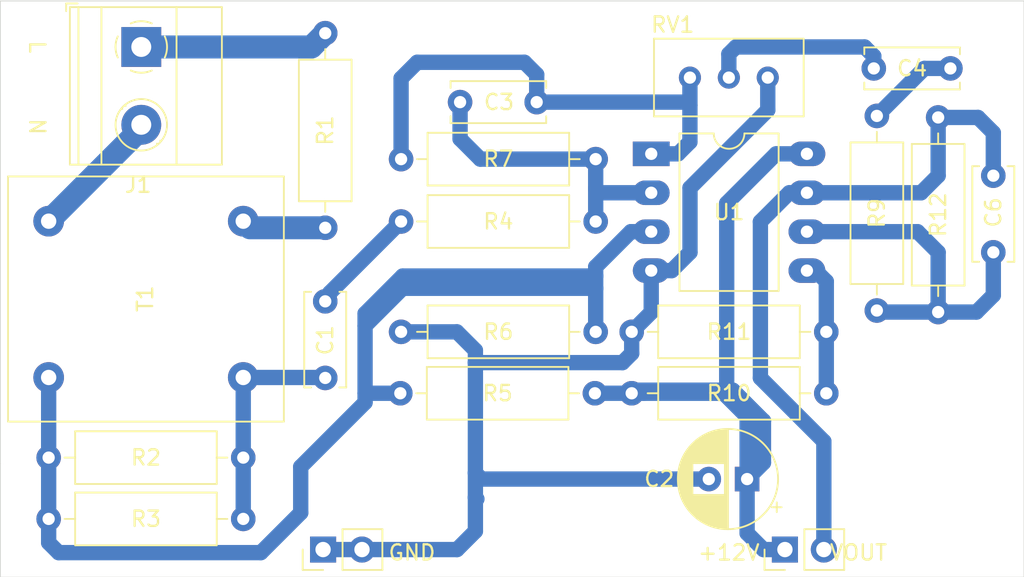
<source format=kicad_pcb>
(kicad_pcb (version 20171130) (host pcbnew "(5.1.8)-1")

  (general
    (thickness 1.6)
    (drawings 8)
    (tracks 125)
    (zones 0)
    (modules 22)
    (nets 16)
  )

  (page A4)
  (layers
    (0 F.Cu signal)
    (31 B.Cu signal)
    (32 B.Adhes user)
    (33 F.Adhes user)
    (34 B.Paste user)
    (35 F.Paste user)
    (36 B.SilkS user)
    (37 F.SilkS user)
    (38 B.Mask user)
    (39 F.Mask user)
    (40 Dwgs.User user)
    (41 Cmts.User user)
    (42 Eco1.User user)
    (43 Eco2.User user)
    (44 Edge.Cuts user)
    (45 Margin user)
    (46 B.CrtYd user hide)
    (47 F.CrtYd user hide)
    (48 B.Fab user)
    (49 F.Fab user hide)
  )

  (setup
    (last_trace_width 1)
    (user_trace_width 1)
    (trace_clearance 0.2)
    (zone_clearance 0.508)
    (zone_45_only no)
    (trace_min 0.2)
    (via_size 0.8)
    (via_drill 0.4)
    (via_min_size 0.4)
    (via_min_drill 0.3)
    (uvia_size 0.3)
    (uvia_drill 0.1)
    (uvias_allowed no)
    (uvia_min_size 0.2)
    (uvia_min_drill 0.1)
    (edge_width 0.05)
    (segment_width 0.2)
    (pcb_text_width 0.3)
    (pcb_text_size 1.5 1.5)
    (mod_edge_width 0.12)
    (mod_text_size 1 1)
    (mod_text_width 0.15)
    (pad_size 1.524 1.524)
    (pad_drill 0.762)
    (pad_to_mask_clearance 0)
    (aux_axis_origin 0 0)
    (visible_elements FFFFFF7F)
    (pcbplotparams
      (layerselection 0x010fc_ffffffff)
      (usegerberextensions false)
      (usegerberattributes true)
      (usegerberadvancedattributes true)
      (creategerberjobfile true)
      (excludeedgelayer true)
      (linewidth 0.100000)
      (plotframeref false)
      (viasonmask false)
      (mode 1)
      (useauxorigin false)
      (hpglpennumber 1)
      (hpglpenspeed 20)
      (hpglpendiameter 15.000000)
      (psnegative false)
      (psa4output false)
      (plotreference true)
      (plotvalue true)
      (plotinvisibletext false)
      (padsonsilk false)
      (subtractmaskfromsilk false)
      (outputformat 1)
      (mirror false)
      (drillshape 1)
      (scaleselection 1)
      (outputdirectory ""))
  )

  (net 0 "")
  (net 1 "Net-(C1-Pad2)")
  (net 2 "Net-(C1-Pad1)")
  (net 3 GND)
  (net 4 "Net-(C3-Pad2)")
  (net 5 "Net-(C3-Pad1)")
  (net 6 "Net-(C4-Pad1)")
  (net 7 "Net-(C6-Pad2)")
  (net 8 VOUT)
  (net 9 "Net-(J1-Pad2)")
  (net 10 "Net-(J1-Pad1)")
  (net 11 +12V)
  (net 12 "Net-(R1-Pad1)")
  (net 13 "Net-(C4-Pad2)")
  (net 14 "Net-(R2-Pad2)")
  (net 15 "Net-(R10-Pad2)")

  (net_class Default "This is the default net class."
    (clearance 0.2)
    (trace_width 0.25)
    (via_dia 0.8)
    (via_drill 0.4)
    (uvia_dia 0.3)
    (uvia_drill 0.1)
    (add_net +12V)
    (add_net GND)
    (add_net "Net-(C1-Pad1)")
    (add_net "Net-(C1-Pad2)")
    (add_net "Net-(C3-Pad1)")
    (add_net "Net-(C3-Pad2)")
    (add_net "Net-(C4-Pad1)")
    (add_net "Net-(C4-Pad2)")
    (add_net "Net-(C6-Pad2)")
    (add_net "Net-(J1-Pad1)")
    (add_net "Net-(J1-Pad2)")
    (add_net "Net-(R1-Pad1)")
    (add_net "Net-(R10-Pad2)")
    (add_net "Net-(R2-Pad2)")
    (add_net VOUT)
  )

  (module Resistor_THT:R_Axial_DIN0309_L9.0mm_D3.2mm_P12.70mm_Horizontal (layer F.Cu) (tedit 5AE5139B) (tstamp 5FE7C9ED)
    (at 133.8 97.6 270)
    (descr "Resistor, Axial_DIN0309 series, Axial, Horizontal, pin pitch=12.7mm, 0.5W = 1/2W, length*diameter=9*3.2mm^2, http://cdn-reichelt.de/documents/datenblatt/B400/1_4W%23YAG.pdf")
    (tags "Resistor Axial_DIN0309 series Axial Horizontal pin pitch 12.7mm 0.5W = 1/2W length 9mm diameter 3.2mm")
    (path /5FEE580B)
    (fp_text reference R12 (at 6.35 0 90) (layer F.SilkS)
      (effects (font (size 1 1) (thickness 0.15)))
    )
    (fp_text value 100k (at 6.35 2.72 90) (layer F.Fab)
      (effects (font (size 1 1) (thickness 0.15)))
    )
    (fp_text user %R (at 6.35 0 90) (layer F.Fab)
      (effects (font (size 1 1) (thickness 0.15)))
    )
    (fp_line (start 1.85 -1.6) (end 1.85 1.6) (layer F.Fab) (width 0.1))
    (fp_line (start 1.85 1.6) (end 10.85 1.6) (layer F.Fab) (width 0.1))
    (fp_line (start 10.85 1.6) (end 10.85 -1.6) (layer F.Fab) (width 0.1))
    (fp_line (start 10.85 -1.6) (end 1.85 -1.6) (layer F.Fab) (width 0.1))
    (fp_line (start 0 0) (end 1.85 0) (layer F.Fab) (width 0.1))
    (fp_line (start 12.7 0) (end 10.85 0) (layer F.Fab) (width 0.1))
    (fp_line (start 1.73 -1.72) (end 1.73 1.72) (layer F.SilkS) (width 0.12))
    (fp_line (start 1.73 1.72) (end 10.97 1.72) (layer F.SilkS) (width 0.12))
    (fp_line (start 10.97 1.72) (end 10.97 -1.72) (layer F.SilkS) (width 0.12))
    (fp_line (start 10.97 -1.72) (end 1.73 -1.72) (layer F.SilkS) (width 0.12))
    (fp_line (start 1.04 0) (end 1.73 0) (layer F.SilkS) (width 0.12))
    (fp_line (start 11.66 0) (end 10.97 0) (layer F.SilkS) (width 0.12))
    (fp_line (start -1.05 -1.85) (end -1.05 1.85) (layer F.CrtYd) (width 0.05))
    (fp_line (start -1.05 1.85) (end 13.75 1.85) (layer F.CrtYd) (width 0.05))
    (fp_line (start 13.75 1.85) (end 13.75 -1.85) (layer F.CrtYd) (width 0.05))
    (fp_line (start 13.75 -1.85) (end -1.05 -1.85) (layer F.CrtYd) (width 0.05))
    (pad 2 thru_hole oval (at 12.7 0 270) (size 1.6 1.6) (drill 0.8) (layers *.Cu *.Mask)
      (net 7 "Net-(C6-Pad2)"))
    (pad 1 thru_hole circle (at 0 0 270) (size 1.6 1.6) (drill 0.8) (layers *.Cu *.Mask)
      (net 8 VOUT))
    (model ${KISYS3DMOD}/Resistor_THT.3dshapes/R_Axial_DIN0309_L9.0mm_D3.2mm_P12.70mm_Horizontal.wrl
      (at (xyz 0 0 0))
      (scale (xyz 1 1 1))
      (rotate (xyz 0 0 0))
    )
  )

  (module Capacitor_THT:CP_Radial_D6.3mm_P2.50mm (layer F.Cu) (tedit 5AE50EF0) (tstamp 5FE97264)
    (at 121.33238 121.2 180)
    (descr "CP, Radial series, Radial, pin pitch=2.50mm, , diameter=6.3mm, Electrolytic Capacitor")
    (tags "CP Radial series Radial pin pitch 2.50mm  diameter 6.3mm Electrolytic Capacitor")
    (path /5FFDBDBC)
    (fp_text reference C2 (at 5.73238 0 180) (layer F.SilkS)
      (effects (font (size 1 1) (thickness 0.15)))
    )
    (fp_text value 12uF (at 1.25 4.4) (layer F.Fab)
      (effects (font (size 1 1) (thickness 0.15)))
    )
    (fp_text user %R (at 1.25 0) (layer F.Fab)
      (effects (font (size 1 1) (thickness 0.15)))
    )
    (fp_circle (center 1.25 0) (end 4.4 0) (layer F.Fab) (width 0.1))
    (fp_circle (center 1.25 0) (end 4.52 0) (layer F.SilkS) (width 0.12))
    (fp_circle (center 1.25 0) (end 4.65 0) (layer F.CrtYd) (width 0.05))
    (fp_line (start -1.443972 -1.3735) (end -0.813972 -1.3735) (layer F.Fab) (width 0.1))
    (fp_line (start -1.128972 -1.6885) (end -1.128972 -1.0585) (layer F.Fab) (width 0.1))
    (fp_line (start 1.25 -3.23) (end 1.25 3.23) (layer F.SilkS) (width 0.12))
    (fp_line (start 1.29 -3.23) (end 1.29 3.23) (layer F.SilkS) (width 0.12))
    (fp_line (start 1.33 -3.23) (end 1.33 3.23) (layer F.SilkS) (width 0.12))
    (fp_line (start 1.37 -3.228) (end 1.37 3.228) (layer F.SilkS) (width 0.12))
    (fp_line (start 1.41 -3.227) (end 1.41 3.227) (layer F.SilkS) (width 0.12))
    (fp_line (start 1.45 -3.224) (end 1.45 3.224) (layer F.SilkS) (width 0.12))
    (fp_line (start 1.49 -3.222) (end 1.49 -1.04) (layer F.SilkS) (width 0.12))
    (fp_line (start 1.49 1.04) (end 1.49 3.222) (layer F.SilkS) (width 0.12))
    (fp_line (start 1.53 -3.218) (end 1.53 -1.04) (layer F.SilkS) (width 0.12))
    (fp_line (start 1.53 1.04) (end 1.53 3.218) (layer F.SilkS) (width 0.12))
    (fp_line (start 1.57 -3.215) (end 1.57 -1.04) (layer F.SilkS) (width 0.12))
    (fp_line (start 1.57 1.04) (end 1.57 3.215) (layer F.SilkS) (width 0.12))
    (fp_line (start 1.61 -3.211) (end 1.61 -1.04) (layer F.SilkS) (width 0.12))
    (fp_line (start 1.61 1.04) (end 1.61 3.211) (layer F.SilkS) (width 0.12))
    (fp_line (start 1.65 -3.206) (end 1.65 -1.04) (layer F.SilkS) (width 0.12))
    (fp_line (start 1.65 1.04) (end 1.65 3.206) (layer F.SilkS) (width 0.12))
    (fp_line (start 1.69 -3.201) (end 1.69 -1.04) (layer F.SilkS) (width 0.12))
    (fp_line (start 1.69 1.04) (end 1.69 3.201) (layer F.SilkS) (width 0.12))
    (fp_line (start 1.73 -3.195) (end 1.73 -1.04) (layer F.SilkS) (width 0.12))
    (fp_line (start 1.73 1.04) (end 1.73 3.195) (layer F.SilkS) (width 0.12))
    (fp_line (start 1.77 -3.189) (end 1.77 -1.04) (layer F.SilkS) (width 0.12))
    (fp_line (start 1.77 1.04) (end 1.77 3.189) (layer F.SilkS) (width 0.12))
    (fp_line (start 1.81 -3.182) (end 1.81 -1.04) (layer F.SilkS) (width 0.12))
    (fp_line (start 1.81 1.04) (end 1.81 3.182) (layer F.SilkS) (width 0.12))
    (fp_line (start 1.85 -3.175) (end 1.85 -1.04) (layer F.SilkS) (width 0.12))
    (fp_line (start 1.85 1.04) (end 1.85 3.175) (layer F.SilkS) (width 0.12))
    (fp_line (start 1.89 -3.167) (end 1.89 -1.04) (layer F.SilkS) (width 0.12))
    (fp_line (start 1.89 1.04) (end 1.89 3.167) (layer F.SilkS) (width 0.12))
    (fp_line (start 1.93 -3.159) (end 1.93 -1.04) (layer F.SilkS) (width 0.12))
    (fp_line (start 1.93 1.04) (end 1.93 3.159) (layer F.SilkS) (width 0.12))
    (fp_line (start 1.971 -3.15) (end 1.971 -1.04) (layer F.SilkS) (width 0.12))
    (fp_line (start 1.971 1.04) (end 1.971 3.15) (layer F.SilkS) (width 0.12))
    (fp_line (start 2.011 -3.141) (end 2.011 -1.04) (layer F.SilkS) (width 0.12))
    (fp_line (start 2.011 1.04) (end 2.011 3.141) (layer F.SilkS) (width 0.12))
    (fp_line (start 2.051 -3.131) (end 2.051 -1.04) (layer F.SilkS) (width 0.12))
    (fp_line (start 2.051 1.04) (end 2.051 3.131) (layer F.SilkS) (width 0.12))
    (fp_line (start 2.091 -3.121) (end 2.091 -1.04) (layer F.SilkS) (width 0.12))
    (fp_line (start 2.091 1.04) (end 2.091 3.121) (layer F.SilkS) (width 0.12))
    (fp_line (start 2.131 -3.11) (end 2.131 -1.04) (layer F.SilkS) (width 0.12))
    (fp_line (start 2.131 1.04) (end 2.131 3.11) (layer F.SilkS) (width 0.12))
    (fp_line (start 2.171 -3.098) (end 2.171 -1.04) (layer F.SilkS) (width 0.12))
    (fp_line (start 2.171 1.04) (end 2.171 3.098) (layer F.SilkS) (width 0.12))
    (fp_line (start 2.211 -3.086) (end 2.211 -1.04) (layer F.SilkS) (width 0.12))
    (fp_line (start 2.211 1.04) (end 2.211 3.086) (layer F.SilkS) (width 0.12))
    (fp_line (start 2.251 -3.074) (end 2.251 -1.04) (layer F.SilkS) (width 0.12))
    (fp_line (start 2.251 1.04) (end 2.251 3.074) (layer F.SilkS) (width 0.12))
    (fp_line (start 2.291 -3.061) (end 2.291 -1.04) (layer F.SilkS) (width 0.12))
    (fp_line (start 2.291 1.04) (end 2.291 3.061) (layer F.SilkS) (width 0.12))
    (fp_line (start 2.331 -3.047) (end 2.331 -1.04) (layer F.SilkS) (width 0.12))
    (fp_line (start 2.331 1.04) (end 2.331 3.047) (layer F.SilkS) (width 0.12))
    (fp_line (start 2.371 -3.033) (end 2.371 -1.04) (layer F.SilkS) (width 0.12))
    (fp_line (start 2.371 1.04) (end 2.371 3.033) (layer F.SilkS) (width 0.12))
    (fp_line (start 2.411 -3.018) (end 2.411 -1.04) (layer F.SilkS) (width 0.12))
    (fp_line (start 2.411 1.04) (end 2.411 3.018) (layer F.SilkS) (width 0.12))
    (fp_line (start 2.451 -3.002) (end 2.451 -1.04) (layer F.SilkS) (width 0.12))
    (fp_line (start 2.451 1.04) (end 2.451 3.002) (layer F.SilkS) (width 0.12))
    (fp_line (start 2.491 -2.986) (end 2.491 -1.04) (layer F.SilkS) (width 0.12))
    (fp_line (start 2.491 1.04) (end 2.491 2.986) (layer F.SilkS) (width 0.12))
    (fp_line (start 2.531 -2.97) (end 2.531 -1.04) (layer F.SilkS) (width 0.12))
    (fp_line (start 2.531 1.04) (end 2.531 2.97) (layer F.SilkS) (width 0.12))
    (fp_line (start 2.571 -2.952) (end 2.571 -1.04) (layer F.SilkS) (width 0.12))
    (fp_line (start 2.571 1.04) (end 2.571 2.952) (layer F.SilkS) (width 0.12))
    (fp_line (start 2.611 -2.934) (end 2.611 -1.04) (layer F.SilkS) (width 0.12))
    (fp_line (start 2.611 1.04) (end 2.611 2.934) (layer F.SilkS) (width 0.12))
    (fp_line (start 2.651 -2.916) (end 2.651 -1.04) (layer F.SilkS) (width 0.12))
    (fp_line (start 2.651 1.04) (end 2.651 2.916) (layer F.SilkS) (width 0.12))
    (fp_line (start 2.691 -2.896) (end 2.691 -1.04) (layer F.SilkS) (width 0.12))
    (fp_line (start 2.691 1.04) (end 2.691 2.896) (layer F.SilkS) (width 0.12))
    (fp_line (start 2.731 -2.876) (end 2.731 -1.04) (layer F.SilkS) (width 0.12))
    (fp_line (start 2.731 1.04) (end 2.731 2.876) (layer F.SilkS) (width 0.12))
    (fp_line (start 2.771 -2.856) (end 2.771 -1.04) (layer F.SilkS) (width 0.12))
    (fp_line (start 2.771 1.04) (end 2.771 2.856) (layer F.SilkS) (width 0.12))
    (fp_line (start 2.811 -2.834) (end 2.811 -1.04) (layer F.SilkS) (width 0.12))
    (fp_line (start 2.811 1.04) (end 2.811 2.834) (layer F.SilkS) (width 0.12))
    (fp_line (start 2.851 -2.812) (end 2.851 -1.04) (layer F.SilkS) (width 0.12))
    (fp_line (start 2.851 1.04) (end 2.851 2.812) (layer F.SilkS) (width 0.12))
    (fp_line (start 2.891 -2.79) (end 2.891 -1.04) (layer F.SilkS) (width 0.12))
    (fp_line (start 2.891 1.04) (end 2.891 2.79) (layer F.SilkS) (width 0.12))
    (fp_line (start 2.931 -2.766) (end 2.931 -1.04) (layer F.SilkS) (width 0.12))
    (fp_line (start 2.931 1.04) (end 2.931 2.766) (layer F.SilkS) (width 0.12))
    (fp_line (start 2.971 -2.742) (end 2.971 -1.04) (layer F.SilkS) (width 0.12))
    (fp_line (start 2.971 1.04) (end 2.971 2.742) (layer F.SilkS) (width 0.12))
    (fp_line (start 3.011 -2.716) (end 3.011 -1.04) (layer F.SilkS) (width 0.12))
    (fp_line (start 3.011 1.04) (end 3.011 2.716) (layer F.SilkS) (width 0.12))
    (fp_line (start 3.051 -2.69) (end 3.051 -1.04) (layer F.SilkS) (width 0.12))
    (fp_line (start 3.051 1.04) (end 3.051 2.69) (layer F.SilkS) (width 0.12))
    (fp_line (start 3.091 -2.664) (end 3.091 -1.04) (layer F.SilkS) (width 0.12))
    (fp_line (start 3.091 1.04) (end 3.091 2.664) (layer F.SilkS) (width 0.12))
    (fp_line (start 3.131 -2.636) (end 3.131 -1.04) (layer F.SilkS) (width 0.12))
    (fp_line (start 3.131 1.04) (end 3.131 2.636) (layer F.SilkS) (width 0.12))
    (fp_line (start 3.171 -2.607) (end 3.171 -1.04) (layer F.SilkS) (width 0.12))
    (fp_line (start 3.171 1.04) (end 3.171 2.607) (layer F.SilkS) (width 0.12))
    (fp_line (start 3.211 -2.578) (end 3.211 -1.04) (layer F.SilkS) (width 0.12))
    (fp_line (start 3.211 1.04) (end 3.211 2.578) (layer F.SilkS) (width 0.12))
    (fp_line (start 3.251 -2.548) (end 3.251 -1.04) (layer F.SilkS) (width 0.12))
    (fp_line (start 3.251 1.04) (end 3.251 2.548) (layer F.SilkS) (width 0.12))
    (fp_line (start 3.291 -2.516) (end 3.291 -1.04) (layer F.SilkS) (width 0.12))
    (fp_line (start 3.291 1.04) (end 3.291 2.516) (layer F.SilkS) (width 0.12))
    (fp_line (start 3.331 -2.484) (end 3.331 -1.04) (layer F.SilkS) (width 0.12))
    (fp_line (start 3.331 1.04) (end 3.331 2.484) (layer F.SilkS) (width 0.12))
    (fp_line (start 3.371 -2.45) (end 3.371 -1.04) (layer F.SilkS) (width 0.12))
    (fp_line (start 3.371 1.04) (end 3.371 2.45) (layer F.SilkS) (width 0.12))
    (fp_line (start 3.411 -2.416) (end 3.411 -1.04) (layer F.SilkS) (width 0.12))
    (fp_line (start 3.411 1.04) (end 3.411 2.416) (layer F.SilkS) (width 0.12))
    (fp_line (start 3.451 -2.38) (end 3.451 -1.04) (layer F.SilkS) (width 0.12))
    (fp_line (start 3.451 1.04) (end 3.451 2.38) (layer F.SilkS) (width 0.12))
    (fp_line (start 3.491 -2.343) (end 3.491 -1.04) (layer F.SilkS) (width 0.12))
    (fp_line (start 3.491 1.04) (end 3.491 2.343) (layer F.SilkS) (width 0.12))
    (fp_line (start 3.531 -2.305) (end 3.531 -1.04) (layer F.SilkS) (width 0.12))
    (fp_line (start 3.531 1.04) (end 3.531 2.305) (layer F.SilkS) (width 0.12))
    (fp_line (start 3.571 -2.265) (end 3.571 2.265) (layer F.SilkS) (width 0.12))
    (fp_line (start 3.611 -2.224) (end 3.611 2.224) (layer F.SilkS) (width 0.12))
    (fp_line (start 3.651 -2.182) (end 3.651 2.182) (layer F.SilkS) (width 0.12))
    (fp_line (start 3.691 -2.137) (end 3.691 2.137) (layer F.SilkS) (width 0.12))
    (fp_line (start 3.731 -2.092) (end 3.731 2.092) (layer F.SilkS) (width 0.12))
    (fp_line (start 3.771 -2.044) (end 3.771 2.044) (layer F.SilkS) (width 0.12))
    (fp_line (start 3.811 -1.995) (end 3.811 1.995) (layer F.SilkS) (width 0.12))
    (fp_line (start 3.851 -1.944) (end 3.851 1.944) (layer F.SilkS) (width 0.12))
    (fp_line (start 3.891 -1.89) (end 3.891 1.89) (layer F.SilkS) (width 0.12))
    (fp_line (start 3.931 -1.834) (end 3.931 1.834) (layer F.SilkS) (width 0.12))
    (fp_line (start 3.971 -1.776) (end 3.971 1.776) (layer F.SilkS) (width 0.12))
    (fp_line (start 4.011 -1.714) (end 4.011 1.714) (layer F.SilkS) (width 0.12))
    (fp_line (start 4.051 -1.65) (end 4.051 1.65) (layer F.SilkS) (width 0.12))
    (fp_line (start 4.091 -1.581) (end 4.091 1.581) (layer F.SilkS) (width 0.12))
    (fp_line (start 4.131 -1.509) (end 4.131 1.509) (layer F.SilkS) (width 0.12))
    (fp_line (start 4.171 -1.432) (end 4.171 1.432) (layer F.SilkS) (width 0.12))
    (fp_line (start 4.211 -1.35) (end 4.211 1.35) (layer F.SilkS) (width 0.12))
    (fp_line (start 4.251 -1.262) (end 4.251 1.262) (layer F.SilkS) (width 0.12))
    (fp_line (start 4.291 -1.165) (end 4.291 1.165) (layer F.SilkS) (width 0.12))
    (fp_line (start 4.331 -1.059) (end 4.331 1.059) (layer F.SilkS) (width 0.12))
    (fp_line (start 4.371 -0.94) (end 4.371 0.94) (layer F.SilkS) (width 0.12))
    (fp_line (start 4.411 -0.802) (end 4.411 0.802) (layer F.SilkS) (width 0.12))
    (fp_line (start 4.451 -0.633) (end 4.451 0.633) (layer F.SilkS) (width 0.12))
    (fp_line (start 4.491 -0.402) (end 4.491 0.402) (layer F.SilkS) (width 0.12))
    (fp_line (start -2.250241 -1.839) (end -1.620241 -1.839) (layer F.SilkS) (width 0.12))
    (fp_line (start -1.935241 -2.154) (end -1.935241 -1.524) (layer F.SilkS) (width 0.12))
    (pad 2 thru_hole circle (at 2.5 0 180) (size 1.6 1.6) (drill 0.8) (layers *.Cu *.Mask)
      (net 3 GND))
    (pad 1 thru_hole rect (at 0 0 180) (size 1.6 1.6) (drill 0.8) (layers *.Cu *.Mask)
      (net 11 +12V))
    (model ${KISYS3DMOD}/Capacitor_THT.3dshapes/CP_Radial_D6.3mm_P2.50mm.wrl
      (at (xyz 0 0 0))
      (scale (xyz 1 1 1))
      (rotate (xyz 0 0 0))
    )
  )

  (module MyPCBLib:ZMPT101B (layer F.Cu) (tedit 5FE74874) (tstamp 5FE7CA10)
    (at 82.1 109.45 270)
    (path /5FEB7379)
    (fp_text reference T1 (at -0.02 0.05 90) (layer F.SilkS)
      (effects (font (size 1 1) (thickness 0.15)))
    )
    (fp_text value ZMPT103C (at 0 10 90) (layer F.Fab)
      (effects (font (size 1 1) (thickness 0.15)))
    )
    (fp_line (start -8 -9) (end -8 9) (layer F.SilkS) (width 0.12))
    (fp_line (start -8 9) (end 8 9) (layer F.SilkS) (width 0.12))
    (fp_line (start 8 9) (end 8 -9) (layer F.SilkS) (width 0.12))
    (fp_line (start 8 -9) (end -8 -9) (layer F.SilkS) (width 0.12))
    (pad 4 thru_hole circle (at 5.12 -6.35 270) (size 2 2) (drill 1) (layers *.Cu *.Mask)
      (net 1 "Net-(C1-Pad2)"))
    (pad 3 thru_hole circle (at 5.12 6.35 270) (size 2 2) (drill 1) (layers *.Cu *.Mask)
      (net 14 "Net-(R2-Pad2)"))
    (pad 2 thru_hole circle (at -5.08 6.35 270) (size 2 2) (drill 1) (layers *.Cu *.Mask)
      (net 9 "Net-(J1-Pad2)"))
    (pad 1 thru_hole circle (at -5.08 -6.35 270) (size 2 2) (drill 1) (layers *.Cu *.Mask)
      (net 12 "Net-(R1-Pad1)"))
  )

  (module Resistor_THT:R_Axial_DIN0309_L9.0mm_D3.2mm_P12.70mm_Horizontal (layer F.Cu) (tedit 5AE5139B) (tstamp 5FEA900E)
    (at 113.8 115.6)
    (descr "Resistor, Axial_DIN0309 series, Axial, Horizontal, pin pitch=12.7mm, 0.5W = 1/2W, length*diameter=9*3.2mm^2, http://cdn-reichelt.de/documents/datenblatt/B400/1_4W%23YAG.pdf")
    (tags "Resistor Axial_DIN0309 series Axial Horizontal pin pitch 12.7mm 0.5W = 1/2W length 9mm diameter 3.2mm")
    (path /5FE6B46D)
    (fp_text reference R10 (at 6.35 0) (layer F.SilkS)
      (effects (font (size 1 1) (thickness 0.15)))
    )
    (fp_text value 10k (at 6.35 2.72) (layer F.Fab)
      (effects (font (size 1 1) (thickness 0.15)))
    )
    (fp_text user %R (at 6.35 0) (layer F.Fab)
      (effects (font (size 1 1) (thickness 0.15)))
    )
    (fp_line (start 1.85 -1.6) (end 1.85 1.6) (layer F.Fab) (width 0.1))
    (fp_line (start 1.85 1.6) (end 10.85 1.6) (layer F.Fab) (width 0.1))
    (fp_line (start 10.85 1.6) (end 10.85 -1.6) (layer F.Fab) (width 0.1))
    (fp_line (start 10.85 -1.6) (end 1.85 -1.6) (layer F.Fab) (width 0.1))
    (fp_line (start 0 0) (end 1.85 0) (layer F.Fab) (width 0.1))
    (fp_line (start 12.7 0) (end 10.85 0) (layer F.Fab) (width 0.1))
    (fp_line (start 1.73 -1.72) (end 1.73 1.72) (layer F.SilkS) (width 0.12))
    (fp_line (start 1.73 1.72) (end 10.97 1.72) (layer F.SilkS) (width 0.12))
    (fp_line (start 10.97 1.72) (end 10.97 -1.72) (layer F.SilkS) (width 0.12))
    (fp_line (start 10.97 -1.72) (end 1.73 -1.72) (layer F.SilkS) (width 0.12))
    (fp_line (start 1.04 0) (end 1.73 0) (layer F.SilkS) (width 0.12))
    (fp_line (start 11.66 0) (end 10.97 0) (layer F.SilkS) (width 0.12))
    (fp_line (start -1.05 -1.85) (end -1.05 1.85) (layer F.CrtYd) (width 0.05))
    (fp_line (start -1.05 1.85) (end 13.75 1.85) (layer F.CrtYd) (width 0.05))
    (fp_line (start 13.75 1.85) (end 13.75 -1.85) (layer F.CrtYd) (width 0.05))
    (fp_line (start 13.75 -1.85) (end -1.05 -1.85) (layer F.CrtYd) (width 0.05))
    (pad 2 thru_hole oval (at 12.7 0) (size 1.6 1.6) (drill 0.8) (layers *.Cu *.Mask)
      (net 15 "Net-(R10-Pad2)"))
    (pad 1 thru_hole circle (at 0 0) (size 1.6 1.6) (drill 0.8) (layers *.Cu *.Mask)
      (net 11 +12V))
    (model ${KISYS3DMOD}/Resistor_THT.3dshapes/R_Axial_DIN0309_L9.0mm_D3.2mm_P12.70mm_Horizontal.wrl
      (at (xyz 0 0 0))
      (scale (xyz 1 1 1))
      (rotate (xyz 0 0 0))
    )
  )

  (module Resistor_THT:R_Axial_DIN0309_L9.0mm_D3.2mm_P12.70mm_Horizontal (layer F.Cu) (tedit 5AE5139B) (tstamp 5FE7C97A)
    (at 98.75 100.32)
    (descr "Resistor, Axial_DIN0309 series, Axial, Horizontal, pin pitch=12.7mm, 0.5W = 1/2W, length*diameter=9*3.2mm^2, http://cdn-reichelt.de/documents/datenblatt/B400/1_4W%23YAG.pdf")
    (tags "Resistor Axial_DIN0309 series Axial Horizontal pin pitch 12.7mm 0.5W = 1/2W length 9mm diameter 3.2mm")
    (path /5FEDF052)
    (fp_text reference R7 (at 6.35 -0.015001) (layer F.SilkS)
      (effects (font (size 1 1) (thickness 0.15)))
    )
    (fp_text value 100K (at 6.35 2.72) (layer F.Fab)
      (effects (font (size 1 1) (thickness 0.15)))
    )
    (fp_text user %R (at 6.35 0) (layer F.Fab)
      (effects (font (size 1 1) (thickness 0.15)))
    )
    (fp_line (start 1.85 -1.6) (end 1.85 1.6) (layer F.Fab) (width 0.1))
    (fp_line (start 1.85 1.6) (end 10.85 1.6) (layer F.Fab) (width 0.1))
    (fp_line (start 10.85 1.6) (end 10.85 -1.6) (layer F.Fab) (width 0.1))
    (fp_line (start 10.85 -1.6) (end 1.85 -1.6) (layer F.Fab) (width 0.1))
    (fp_line (start 0 0) (end 1.85 0) (layer F.Fab) (width 0.1))
    (fp_line (start 12.7 0) (end 10.85 0) (layer F.Fab) (width 0.1))
    (fp_line (start 1.73 -1.72) (end 1.73 1.72) (layer F.SilkS) (width 0.12))
    (fp_line (start 1.73 1.72) (end 10.97 1.72) (layer F.SilkS) (width 0.12))
    (fp_line (start 10.97 1.72) (end 10.97 -1.72) (layer F.SilkS) (width 0.12))
    (fp_line (start 10.97 -1.72) (end 1.73 -1.72) (layer F.SilkS) (width 0.12))
    (fp_line (start 1.04 0) (end 1.73 0) (layer F.SilkS) (width 0.12))
    (fp_line (start 11.66 0) (end 10.97 0) (layer F.SilkS) (width 0.12))
    (fp_line (start -1.05 -1.85) (end -1.05 1.85) (layer F.CrtYd) (width 0.05))
    (fp_line (start -1.05 1.85) (end 13.75 1.85) (layer F.CrtYd) (width 0.05))
    (fp_line (start 13.75 1.85) (end 13.75 -1.85) (layer F.CrtYd) (width 0.05))
    (fp_line (start 13.75 -1.85) (end -1.05 -1.85) (layer F.CrtYd) (width 0.05))
    (pad 2 thru_hole oval (at 12.7 0) (size 1.6 1.6) (drill 0.8) (layers *.Cu *.Mask)
      (net 4 "Net-(C3-Pad2)"))
    (pad 1 thru_hole circle (at 0 0) (size 1.6 1.6) (drill 0.8) (layers *.Cu *.Mask)
      (net 5 "Net-(C3-Pad1)"))
    (model ${KISYS3DMOD}/Resistor_THT.3dshapes/R_Axial_DIN0309_L9.0mm_D3.2mm_P12.70mm_Horizontal.wrl
      (at (xyz 0 0 0))
      (scale (xyz 1 1 1))
      (rotate (xyz 0 0 0))
    )
  )

  (module Resistor_THT:R_Axial_DIN0309_L9.0mm_D3.2mm_P12.70mm_Horizontal (layer F.Cu) (tedit 5AE5139B) (tstamp 5FEA4EF3)
    (at 126.5 111.591666 180)
    (descr "Resistor, Axial_DIN0309 series, Axial, Horizontal, pin pitch=12.7mm, 0.5W = 1/2W, length*diameter=9*3.2mm^2, http://cdn-reichelt.de/documents/datenblatt/B400/1_4W%23YAG.pdf")
    (tags "Resistor Axial_DIN0309 series Axial Horizontal pin pitch 12.7mm 0.5W = 1/2W length 9mm diameter 3.2mm")
    (path /5FE6AE1B)
    (fp_text reference R11 (at 6.35 0) (layer F.SilkS)
      (effects (font (size 1 1) (thickness 0.15)))
    )
    (fp_text value 10k (at 6.35 2.72) (layer F.Fab)
      (effects (font (size 1 1) (thickness 0.15)))
    )
    (fp_text user %R (at 6.35 0) (layer F.Fab)
      (effects (font (size 1 1) (thickness 0.15)))
    )
    (fp_line (start 1.85 -1.6) (end 1.85 1.6) (layer F.Fab) (width 0.1))
    (fp_line (start 1.85 1.6) (end 10.85 1.6) (layer F.Fab) (width 0.1))
    (fp_line (start 10.85 1.6) (end 10.85 -1.6) (layer F.Fab) (width 0.1))
    (fp_line (start 10.85 -1.6) (end 1.85 -1.6) (layer F.Fab) (width 0.1))
    (fp_line (start 0 0) (end 1.85 0) (layer F.Fab) (width 0.1))
    (fp_line (start 12.7 0) (end 10.85 0) (layer F.Fab) (width 0.1))
    (fp_line (start 1.73 -1.72) (end 1.73 1.72) (layer F.SilkS) (width 0.12))
    (fp_line (start 1.73 1.72) (end 10.97 1.72) (layer F.SilkS) (width 0.12))
    (fp_line (start 10.97 1.72) (end 10.97 -1.72) (layer F.SilkS) (width 0.12))
    (fp_line (start 10.97 -1.72) (end 1.73 -1.72) (layer F.SilkS) (width 0.12))
    (fp_line (start 1.04 0) (end 1.73 0) (layer F.SilkS) (width 0.12))
    (fp_line (start 11.66 0) (end 10.97 0) (layer F.SilkS) (width 0.12))
    (fp_line (start -1.05 -1.85) (end -1.05 1.85) (layer F.CrtYd) (width 0.05))
    (fp_line (start -1.05 1.85) (end 13.75 1.85) (layer F.CrtYd) (width 0.05))
    (fp_line (start 13.75 1.85) (end 13.75 -1.85) (layer F.CrtYd) (width 0.05))
    (fp_line (start 13.75 -1.85) (end -1.05 -1.85) (layer F.CrtYd) (width 0.05))
    (pad 2 thru_hole oval (at 12.7 0 180) (size 1.6 1.6) (drill 0.8) (layers *.Cu *.Mask)
      (net 3 GND))
    (pad 1 thru_hole circle (at 0 0 180) (size 1.6 1.6) (drill 0.8) (layers *.Cu *.Mask)
      (net 15 "Net-(R10-Pad2)"))
    (model ${KISYS3DMOD}/Resistor_THT.3dshapes/R_Axial_DIN0309_L9.0mm_D3.2mm_P12.70mm_Horizontal.wrl
      (at (xyz 0 0 0))
      (scale (xyz 1 1 1))
      (rotate (xyz 0 0 0))
    )
  )

  (module Package_DIP:DIP-8_W10.16mm_LongPads (layer F.Cu) (tedit 5A02E8C5) (tstamp 5FE7CA48)
    (at 115.075 99.975)
    (descr "8-lead though-hole mounted DIP package, row spacing 10.16 mm (400 mils), LongPads")
    (tags "THT DIP DIL PDIP 2.54mm 10.16mm 400mil LongPads")
    (path /5FE614D1)
    (fp_text reference U1 (at 5.08 3.81) (layer F.SilkS)
      (effects (font (size 1 1) (thickness 0.15)))
    )
    (fp_text value LM358 (at 5.08 9.95) (layer F.Fab)
      (effects (font (size 1 1) (thickness 0.15)))
    )
    (fp_text user %R (at 5.08 3.81) (layer F.Fab)
      (effects (font (size 1 1) (thickness 0.15)))
    )
    (fp_arc (start 5.08 -1.33) (end 4.08 -1.33) (angle -180) (layer F.SilkS) (width 0.12))
    (fp_line (start 2.905 -1.27) (end 8.255 -1.27) (layer F.Fab) (width 0.1))
    (fp_line (start 8.255 -1.27) (end 8.255 8.89) (layer F.Fab) (width 0.1))
    (fp_line (start 8.255 8.89) (end 1.905 8.89) (layer F.Fab) (width 0.1))
    (fp_line (start 1.905 8.89) (end 1.905 -0.27) (layer F.Fab) (width 0.1))
    (fp_line (start 1.905 -0.27) (end 2.905 -1.27) (layer F.Fab) (width 0.1))
    (fp_line (start 4.08 -1.33) (end 1.845 -1.33) (layer F.SilkS) (width 0.12))
    (fp_line (start 1.845 -1.33) (end 1.845 8.95) (layer F.SilkS) (width 0.12))
    (fp_line (start 1.845 8.95) (end 8.315 8.95) (layer F.SilkS) (width 0.12))
    (fp_line (start 8.315 8.95) (end 8.315 -1.33) (layer F.SilkS) (width 0.12))
    (fp_line (start 8.315 -1.33) (end 6.08 -1.33) (layer F.SilkS) (width 0.12))
    (fp_line (start -1.5 -1.55) (end -1.5 9.15) (layer F.CrtYd) (width 0.05))
    (fp_line (start -1.5 9.15) (end 11.65 9.15) (layer F.CrtYd) (width 0.05))
    (fp_line (start 11.65 9.15) (end 11.65 -1.55) (layer F.CrtYd) (width 0.05))
    (fp_line (start 11.65 -1.55) (end -1.5 -1.55) (layer F.CrtYd) (width 0.05))
    (pad 8 thru_hole oval (at 10.16 0) (size 2.4 1.6) (drill 0.8) (layers *.Cu *.Mask)
      (net 11 +12V))
    (pad 4 thru_hole oval (at 0 7.62) (size 2.4 1.6) (drill 0.8) (layers *.Cu *.Mask)
      (net 3 GND))
    (pad 7 thru_hole oval (at 10.16 2.54) (size 2.4 1.6) (drill 0.8) (layers *.Cu *.Mask)
      (net 8 VOUT))
    (pad 3 thru_hole oval (at 0 5.08) (size 2.4 1.6) (drill 0.8) (layers *.Cu *.Mask)
      (net 14 "Net-(R2-Pad2)"))
    (pad 6 thru_hole oval (at 10.16 5.08) (size 2.4 1.6) (drill 0.8) (layers *.Cu *.Mask)
      (net 7 "Net-(C6-Pad2)"))
    (pad 2 thru_hole oval (at 0 2.54) (size 2.4 1.6) (drill 0.8) (layers *.Cu *.Mask)
      (net 4 "Net-(C3-Pad2)"))
    (pad 5 thru_hole oval (at 10.16 7.62) (size 2.4 1.6) (drill 0.8) (layers *.Cu *.Mask)
      (net 15 "Net-(R10-Pad2)"))
    (pad 1 thru_hole rect (at 0 0) (size 2.4 1.6) (drill 0.8) (layers *.Cu *.Mask)
      (net 5 "Net-(C3-Pad1)"))
    (model ${KISYS3DMOD}/Package_DIP.3dshapes/DIP-8_W10.16mm.wrl
      (at (xyz 0 0 0))
      (scale (xyz 1 1 1))
      (rotate (xyz 0 0 0))
    )
  )

  (module Resistor_THT:R_Axial_DIN0309_L9.0mm_D3.2mm_P12.70mm_Horizontal (layer F.Cu) (tedit 5AE5139B) (tstamp 5FE7C9A8)
    (at 129.8 110.2 90)
    (descr "Resistor, Axial_DIN0309 series, Axial, Horizontal, pin pitch=12.7mm, 0.5W = 1/2W, length*diameter=9*3.2mm^2, http://cdn-reichelt.de/documents/datenblatt/B400/1_4W%23YAG.pdf")
    (tags "Resistor Axial_DIN0309 series Axial Horizontal pin pitch 12.7mm 0.5W = 1/2W length 9mm diameter 3.2mm")
    (path /5FE86F04)
    (fp_text reference R9 (at 6.35 0 90) (layer F.SilkS)
      (effects (font (size 1 1) (thickness 0.15)))
    )
    (fp_text value 10k (at 6.35 2.72 90) (layer F.Fab)
      (effects (font (size 1 1) (thickness 0.15)))
    )
    (fp_text user %R (at 6.35 0 90) (layer F.Fab)
      (effects (font (size 1 1) (thickness 0.15)))
    )
    (fp_line (start 1.85 -1.6) (end 1.85 1.6) (layer F.Fab) (width 0.1))
    (fp_line (start 1.85 1.6) (end 10.85 1.6) (layer F.Fab) (width 0.1))
    (fp_line (start 10.85 1.6) (end 10.85 -1.6) (layer F.Fab) (width 0.1))
    (fp_line (start 10.85 -1.6) (end 1.85 -1.6) (layer F.Fab) (width 0.1))
    (fp_line (start 0 0) (end 1.85 0) (layer F.Fab) (width 0.1))
    (fp_line (start 12.7 0) (end 10.85 0) (layer F.Fab) (width 0.1))
    (fp_line (start 1.73 -1.72) (end 1.73 1.72) (layer F.SilkS) (width 0.12))
    (fp_line (start 1.73 1.72) (end 10.97 1.72) (layer F.SilkS) (width 0.12))
    (fp_line (start 10.97 1.72) (end 10.97 -1.72) (layer F.SilkS) (width 0.12))
    (fp_line (start 10.97 -1.72) (end 1.73 -1.72) (layer F.SilkS) (width 0.12))
    (fp_line (start 1.04 0) (end 1.73 0) (layer F.SilkS) (width 0.12))
    (fp_line (start 11.66 0) (end 10.97 0) (layer F.SilkS) (width 0.12))
    (fp_line (start -1.05 -1.85) (end -1.05 1.85) (layer F.CrtYd) (width 0.05))
    (fp_line (start -1.05 1.85) (end 13.75 1.85) (layer F.CrtYd) (width 0.05))
    (fp_line (start 13.75 1.85) (end 13.75 -1.85) (layer F.CrtYd) (width 0.05))
    (fp_line (start 13.75 -1.85) (end -1.05 -1.85) (layer F.CrtYd) (width 0.05))
    (pad 2 thru_hole oval (at 12.7 0 90) (size 1.6 1.6) (drill 0.8) (layers *.Cu *.Mask)
      (net 6 "Net-(C4-Pad1)"))
    (pad 1 thru_hole circle (at 0 0 90) (size 1.6 1.6) (drill 0.8) (layers *.Cu *.Mask)
      (net 7 "Net-(C6-Pad2)"))
    (model ${KISYS3DMOD}/Resistor_THT.3dshapes/R_Axial_DIN0309_L9.0mm_D3.2mm_P12.70mm_Horizontal.wrl
      (at (xyz 0 0 0))
      (scale (xyz 1 1 1))
      (rotate (xyz 0 0 0))
    )
  )

  (module TerminalBlock_Phoenix:TerminalBlock_Phoenix_MKDS-1,5-2-5.08_1x02_P5.08mm_Horizontal (layer F.Cu) (tedit 5B294EBC) (tstamp 5FEAB056)
    (at 81.795 93 270)
    (descr "Terminal Block Phoenix MKDS-1,5-2-5.08, 2 pins, pitch 5.08mm, size 10.2x9.8mm^2, drill diamater 1.3mm, pad diameter 2.6mm, see http://www.farnell.com/datasheets/100425.pdf, script-generated using https://github.com/pointhi/kicad-footprint-generator/scripts/TerminalBlock_Phoenix")
    (tags "THT Terminal Block Phoenix MKDS-1,5-2-5.08 pitch 5.08mm size 10.2x9.8mm^2 drill 1.3mm pad 2.6mm")
    (path /5FEBCC0B)
    (fp_text reference J1 (at 9 0.2 180) (layer F.SilkS)
      (effects (font (size 1 1) (thickness 0.15)))
    )
    (fp_text value Screw_Terminal_01x02 (at 2.54 5.66 90) (layer F.Fab)
      (effects (font (size 1 1) (thickness 0.15)))
    )
    (fp_text user %R (at 2.54 3.2 90) (layer F.Fab)
      (effects (font (size 1 1) (thickness 0.15)))
    )
    (fp_arc (start 0 0) (end -0.684 1.535) (angle -25) (layer F.SilkS) (width 0.12))
    (fp_arc (start 0 0) (end -1.535 -0.684) (angle -48) (layer F.SilkS) (width 0.12))
    (fp_arc (start 0 0) (end 0.684 -1.535) (angle -48) (layer F.SilkS) (width 0.12))
    (fp_arc (start 0 0) (end 1.535 0.684) (angle -48) (layer F.SilkS) (width 0.12))
    (fp_arc (start 0 0) (end 0 1.68) (angle -24) (layer F.SilkS) (width 0.12))
    (fp_circle (center 0 0) (end 1.5 0) (layer F.Fab) (width 0.1))
    (fp_circle (center 5.08 0) (end 6.58 0) (layer F.Fab) (width 0.1))
    (fp_circle (center 5.08 0) (end 6.76 0) (layer F.SilkS) (width 0.12))
    (fp_line (start -2.54 -5.2) (end 7.62 -5.2) (layer F.Fab) (width 0.1))
    (fp_line (start 7.62 -5.2) (end 7.62 4.6) (layer F.Fab) (width 0.1))
    (fp_line (start 7.62 4.6) (end -2.04 4.6) (layer F.Fab) (width 0.1))
    (fp_line (start -2.04 4.6) (end -2.54 4.1) (layer F.Fab) (width 0.1))
    (fp_line (start -2.54 4.1) (end -2.54 -5.2) (layer F.Fab) (width 0.1))
    (fp_line (start -2.54 4.1) (end 7.62 4.1) (layer F.Fab) (width 0.1))
    (fp_line (start -2.6 4.1) (end 7.68 4.1) (layer F.SilkS) (width 0.12))
    (fp_line (start -2.54 2.6) (end 7.62 2.6) (layer F.Fab) (width 0.1))
    (fp_line (start -2.6 2.6) (end 7.68 2.6) (layer F.SilkS) (width 0.12))
    (fp_line (start -2.54 -2.3) (end 7.62 -2.3) (layer F.Fab) (width 0.1))
    (fp_line (start -2.6 -2.301) (end 7.68 -2.301) (layer F.SilkS) (width 0.12))
    (fp_line (start -2.6 -5.261) (end 7.68 -5.261) (layer F.SilkS) (width 0.12))
    (fp_line (start -2.6 4.66) (end 7.68 4.66) (layer F.SilkS) (width 0.12))
    (fp_line (start -2.6 -5.261) (end -2.6 4.66) (layer F.SilkS) (width 0.12))
    (fp_line (start 7.68 -5.261) (end 7.68 4.66) (layer F.SilkS) (width 0.12))
    (fp_line (start 1.138 -0.955) (end -0.955 1.138) (layer F.Fab) (width 0.1))
    (fp_line (start 0.955 -1.138) (end -1.138 0.955) (layer F.Fab) (width 0.1))
    (fp_line (start 6.218 -0.955) (end 4.126 1.138) (layer F.Fab) (width 0.1))
    (fp_line (start 6.035 -1.138) (end 3.943 0.955) (layer F.Fab) (width 0.1))
    (fp_line (start 6.355 -1.069) (end 6.308 -1.023) (layer F.SilkS) (width 0.12))
    (fp_line (start 4.046 1.239) (end 4.011 1.274) (layer F.SilkS) (width 0.12))
    (fp_line (start 6.15 -1.275) (end 6.115 -1.239) (layer F.SilkS) (width 0.12))
    (fp_line (start 3.853 1.023) (end 3.806 1.069) (layer F.SilkS) (width 0.12))
    (fp_line (start -2.84 4.16) (end -2.84 4.9) (layer F.SilkS) (width 0.12))
    (fp_line (start -2.84 4.9) (end -2.34 4.9) (layer F.SilkS) (width 0.12))
    (fp_line (start -3.04 -5.71) (end -3.04 5.1) (layer F.CrtYd) (width 0.05))
    (fp_line (start -3.04 5.1) (end 8.13 5.1) (layer F.CrtYd) (width 0.05))
    (fp_line (start 8.13 5.1) (end 8.13 -5.71) (layer F.CrtYd) (width 0.05))
    (fp_line (start 8.13 -5.71) (end -3.04 -5.71) (layer F.CrtYd) (width 0.05))
    (pad 2 thru_hole circle (at 5.08 0 270) (size 2.6 2.6) (drill 1.3) (layers *.Cu *.Mask)
      (net 9 "Net-(J1-Pad2)"))
    (pad 1 thru_hole rect (at 0 0 270) (size 2.6 2.6) (drill 1.3) (layers *.Cu *.Mask)
      (net 10 "Net-(J1-Pad1)"))
    (model ${KISYS3DMOD}/TerminalBlock_Phoenix.3dshapes/TerminalBlock_Phoenix_MKDS-1,5-2-5.08_1x02_P5.08mm_Horizontal.wrl
      (at (xyz 0 0 0))
      (scale (xyz 1 1 1))
      (rotate (xyz 0 0 0))
    )
  )

  (module Capacitor_THT:C_Disc_D6.0mm_W2.5mm_P5.00mm (layer F.Cu) (tedit 5AE50EF0) (tstamp 5FEA0C99)
    (at 93.8 109.6 270)
    (descr "C, Disc series, Radial, pin pitch=5.00mm, , diameter*width=6*2.5mm^2, Capacitor, http://cdn-reichelt.de/documents/datenblatt/B300/DS_KERKO_TC.pdf")
    (tags "C Disc series Radial pin pitch 5.00mm  diameter 6mm width 2.5mm Capacitor")
    (path /5FE684F0)
    (fp_text reference C1 (at 2.54 0 90) (layer F.SilkS)
      (effects (font (size 1 1) (thickness 0.15)))
    )
    (fp_text value 1uF (at 2.5 2.5 90) (layer F.Fab)
      (effects (font (size 1 1) (thickness 0.15)))
    )
    (fp_text user %R (at 2.5 0 90) (layer F.Fab)
      (effects (font (size 1 1) (thickness 0.15)))
    )
    (fp_line (start -0.5 -1.25) (end -0.5 1.25) (layer F.Fab) (width 0.1))
    (fp_line (start -0.5 1.25) (end 5.5 1.25) (layer F.Fab) (width 0.1))
    (fp_line (start 5.5 1.25) (end 5.5 -1.25) (layer F.Fab) (width 0.1))
    (fp_line (start 5.5 -1.25) (end -0.5 -1.25) (layer F.Fab) (width 0.1))
    (fp_line (start -0.62 -1.37) (end 5.62 -1.37) (layer F.SilkS) (width 0.12))
    (fp_line (start -0.62 1.37) (end 5.62 1.37) (layer F.SilkS) (width 0.12))
    (fp_line (start -0.62 -1.37) (end -0.62 -0.925) (layer F.SilkS) (width 0.12))
    (fp_line (start -0.62 0.925) (end -0.62 1.37) (layer F.SilkS) (width 0.12))
    (fp_line (start 5.62 -1.37) (end 5.62 -0.925) (layer F.SilkS) (width 0.12))
    (fp_line (start 5.62 0.925) (end 5.62 1.37) (layer F.SilkS) (width 0.12))
    (fp_line (start -1.05 -1.5) (end -1.05 1.5) (layer F.CrtYd) (width 0.05))
    (fp_line (start -1.05 1.5) (end 6.05 1.5) (layer F.CrtYd) (width 0.05))
    (fp_line (start 6.05 1.5) (end 6.05 -1.5) (layer F.CrtYd) (width 0.05))
    (fp_line (start 6.05 -1.5) (end -1.05 -1.5) (layer F.CrtYd) (width 0.05))
    (pad 2 thru_hole circle (at 5 0 270) (size 1.6 1.6) (drill 0.8) (layers *.Cu *.Mask)
      (net 1 "Net-(C1-Pad2)"))
    (pad 1 thru_hole circle (at 0 0 270) (size 1.6 1.6) (drill 0.8) (layers *.Cu *.Mask)
      (net 2 "Net-(C1-Pad1)"))
    (model ${KISYS3DMOD}/Capacitor_THT.3dshapes/C_Disc_D6.0mm_W2.5mm_P5.00mm.wrl
      (at (xyz 0 0 0))
      (scale (xyz 1 1 1))
      (rotate (xyz 0 0 0))
    )
  )

  (module Capacitor_THT:C_Disc_D6.0mm_W2.5mm_P5.00mm (layer F.Cu) (tedit 5AE50EF0) (tstamp 5FEA8C6C)
    (at 137.4 101.4 270)
    (descr "C, Disc series, Radial, pin pitch=5.00mm, , diameter*width=6*2.5mm^2, Capacitor, http://cdn-reichelt.de/documents/datenblatt/B300/DS_KERKO_TC.pdf")
    (tags "C Disc series Radial pin pitch 5.00mm  diameter 6mm width 2.5mm Capacitor")
    (path /5FE76973)
    (fp_text reference C6 (at 2.4 0 90) (layer F.SilkS)
      (effects (font (size 1 1) (thickness 0.15)))
    )
    (fp_text value 100pf (at 2.5 2.5 90) (layer F.Fab)
      (effects (font (size 1 1) (thickness 0.15)))
    )
    (fp_text user %R (at 2.5 0 90) (layer F.Fab)
      (effects (font (size 1 1) (thickness 0.15)))
    )
    (fp_line (start -0.5 -1.25) (end -0.5 1.25) (layer F.Fab) (width 0.1))
    (fp_line (start -0.5 1.25) (end 5.5 1.25) (layer F.Fab) (width 0.1))
    (fp_line (start 5.5 1.25) (end 5.5 -1.25) (layer F.Fab) (width 0.1))
    (fp_line (start 5.5 -1.25) (end -0.5 -1.25) (layer F.Fab) (width 0.1))
    (fp_line (start -0.62 -1.37) (end 5.62 -1.37) (layer F.SilkS) (width 0.12))
    (fp_line (start -0.62 1.37) (end 5.62 1.37) (layer F.SilkS) (width 0.12))
    (fp_line (start -0.62 -1.37) (end -0.62 -0.925) (layer F.SilkS) (width 0.12))
    (fp_line (start -0.62 0.925) (end -0.62 1.37) (layer F.SilkS) (width 0.12))
    (fp_line (start 5.62 -1.37) (end 5.62 -0.925) (layer F.SilkS) (width 0.12))
    (fp_line (start 5.62 0.925) (end 5.62 1.37) (layer F.SilkS) (width 0.12))
    (fp_line (start -1.05 -1.5) (end -1.05 1.5) (layer F.CrtYd) (width 0.05))
    (fp_line (start -1.05 1.5) (end 6.05 1.5) (layer F.CrtYd) (width 0.05))
    (fp_line (start 6.05 1.5) (end 6.05 -1.5) (layer F.CrtYd) (width 0.05))
    (fp_line (start 6.05 -1.5) (end -1.05 -1.5) (layer F.CrtYd) (width 0.05))
    (pad 2 thru_hole circle (at 5 0 270) (size 1.6 1.6) (drill 0.8) (layers *.Cu *.Mask)
      (net 7 "Net-(C6-Pad2)"))
    (pad 1 thru_hole circle (at 0 0 270) (size 1.6 1.6) (drill 0.8) (layers *.Cu *.Mask)
      (net 8 VOUT))
    (model ${KISYS3DMOD}/Capacitor_THT.3dshapes/C_Disc_D6.0mm_W2.5mm_P5.00mm.wrl
      (at (xyz 0 0 0))
      (scale (xyz 1 1 1))
      (rotate (xyz 0 0 0))
    )
  )

  (module Potentiometer_THT:Potentiometer_Bourns_3296W_Vertical (layer F.Cu) (tedit 5A3D4994) (tstamp 5FEA4C80)
    (at 117.6 95 180)
    (descr "Potentiometer, vertical, Bourns 3296W, https://www.bourns.com/pdfs/3296.pdf")
    (tags "Potentiometer vertical Bourns 3296W")
    (path /5FF454AB)
    (fp_text reference RV1 (at 1.125 3.45 180) (layer F.SilkS)
      (effects (font (size 1 1) (thickness 0.15)))
    )
    (fp_text value R_POT (at -2.54 3.67) (layer F.Fab)
      (effects (font (size 1 1) (thickness 0.15)))
    )
    (fp_text user %R (at -3.175 0.005 90) (layer F.Fab)
      (effects (font (size 1 1) (thickness 0.15)))
    )
    (fp_circle (center 0.955 1.15) (end 2.05 1.15) (layer F.Fab) (width 0.1))
    (fp_line (start -7.305 -2.41) (end -7.305 2.42) (layer F.Fab) (width 0.1))
    (fp_line (start -7.305 2.42) (end 2.225 2.42) (layer F.Fab) (width 0.1))
    (fp_line (start 2.225 2.42) (end 2.225 -2.41) (layer F.Fab) (width 0.1))
    (fp_line (start 2.225 -2.41) (end -7.305 -2.41) (layer F.Fab) (width 0.1))
    (fp_line (start 0.955 2.235) (end 0.956 0.066) (layer F.Fab) (width 0.1))
    (fp_line (start 0.955 2.235) (end 0.956 0.066) (layer F.Fab) (width 0.1))
    (fp_line (start -7.425 -2.53) (end 2.345 -2.53) (layer F.SilkS) (width 0.12))
    (fp_line (start -7.425 2.54) (end 2.345 2.54) (layer F.SilkS) (width 0.12))
    (fp_line (start -7.425 -2.53) (end -7.425 2.54) (layer F.SilkS) (width 0.12))
    (fp_line (start 2.345 -2.53) (end 2.345 2.54) (layer F.SilkS) (width 0.12))
    (fp_line (start -7.6 -2.7) (end -7.6 2.7) (layer F.CrtYd) (width 0.05))
    (fp_line (start -7.6 2.7) (end 2.5 2.7) (layer F.CrtYd) (width 0.05))
    (fp_line (start 2.5 2.7) (end 2.5 -2.7) (layer F.CrtYd) (width 0.05))
    (fp_line (start 2.5 -2.7) (end -7.6 -2.7) (layer F.CrtYd) (width 0.05))
    (pad 3 thru_hole circle (at -5.08 0 180) (size 1.44 1.44) (drill 0.8) (layers *.Cu *.Mask)
      (net 3 GND))
    (pad 2 thru_hole circle (at -2.54 0 180) (size 1.44 1.44) (drill 0.8) (layers *.Cu *.Mask)
      (net 13 "Net-(C4-Pad2)"))
    (pad 1 thru_hole circle (at 0 0 180) (size 1.44 1.44) (drill 0.8) (layers *.Cu *.Mask)
      (net 5 "Net-(C3-Pad1)"))
    (model ${KISYS3DMOD}/Potentiometer_THT.3dshapes/Potentiometer_Bourns_3296W_Vertical.wrl
      (at (xyz 0 0 0))
      (scale (xyz 1 1 1))
      (rotate (xyz 0 0 0))
    )
  )

  (module Resistor_THT:R_Axial_DIN0309_L9.0mm_D3.2mm_P12.70mm_Horizontal (layer F.Cu) (tedit 5AE5139B) (tstamp 5FEA4ABD)
    (at 111.45 111.591666 180)
    (descr "Resistor, Axial_DIN0309 series, Axial, Horizontal, pin pitch=12.7mm, 0.5W = 1/2W, length*diameter=9*3.2mm^2, http://cdn-reichelt.de/documents/datenblatt/B400/1_4W%23YAG.pdf")
    (tags "Resistor Axial_DIN0309 series Axial Horizontal pin pitch 12.7mm 0.5W = 1/2W length 9mm diameter 3.2mm")
    (path /5FE7797D)
    (fp_text reference R6 (at 6.35 0) (layer F.SilkS)
      (effects (font (size 1 1) (thickness 0.15)))
    )
    (fp_text value 10K (at 6.35 2.72) (layer F.Fab)
      (effects (font (size 1 1) (thickness 0.15)))
    )
    (fp_text user %R (at 6.35 0) (layer F.Fab)
      (effects (font (size 1 1) (thickness 0.15)))
    )
    (fp_line (start 1.85 -1.6) (end 1.85 1.6) (layer F.Fab) (width 0.1))
    (fp_line (start 1.85 1.6) (end 10.85 1.6) (layer F.Fab) (width 0.1))
    (fp_line (start 10.85 1.6) (end 10.85 -1.6) (layer F.Fab) (width 0.1))
    (fp_line (start 10.85 -1.6) (end 1.85 -1.6) (layer F.Fab) (width 0.1))
    (fp_line (start 0 0) (end 1.85 0) (layer F.Fab) (width 0.1))
    (fp_line (start 12.7 0) (end 10.85 0) (layer F.Fab) (width 0.1))
    (fp_line (start 1.73 -1.72) (end 1.73 1.72) (layer F.SilkS) (width 0.12))
    (fp_line (start 1.73 1.72) (end 10.97 1.72) (layer F.SilkS) (width 0.12))
    (fp_line (start 10.97 1.72) (end 10.97 -1.72) (layer F.SilkS) (width 0.12))
    (fp_line (start 10.97 -1.72) (end 1.73 -1.72) (layer F.SilkS) (width 0.12))
    (fp_line (start 1.04 0) (end 1.73 0) (layer F.SilkS) (width 0.12))
    (fp_line (start 11.66 0) (end 10.97 0) (layer F.SilkS) (width 0.12))
    (fp_line (start -1.05 -1.85) (end -1.05 1.85) (layer F.CrtYd) (width 0.05))
    (fp_line (start -1.05 1.85) (end 13.75 1.85) (layer F.CrtYd) (width 0.05))
    (fp_line (start 13.75 1.85) (end 13.75 -1.85) (layer F.CrtYd) (width 0.05))
    (fp_line (start 13.75 -1.85) (end -1.05 -1.85) (layer F.CrtYd) (width 0.05))
    (pad 2 thru_hole oval (at 12.7 0 180) (size 1.6 1.6) (drill 0.8) (layers *.Cu *.Mask)
      (net 3 GND))
    (pad 1 thru_hole circle (at 0 0 180) (size 1.6 1.6) (drill 0.8) (layers *.Cu *.Mask)
      (net 14 "Net-(R2-Pad2)"))
    (model ${KISYS3DMOD}/Resistor_THT.3dshapes/R_Axial_DIN0309_L9.0mm_D3.2mm_P12.70mm_Horizontal.wrl
      (at (xyz 0 0 0))
      (scale (xyz 1 1 1))
      (rotate (xyz 0 0 0))
    )
  )

  (module Resistor_THT:R_Axial_DIN0309_L9.0mm_D3.2mm_P12.70mm_Horizontal (layer F.Cu) (tedit 5AE5139B) (tstamp 5FEA4AFF)
    (at 111.4 115.6 180)
    (descr "Resistor, Axial_DIN0309 series, Axial, Horizontal, pin pitch=12.7mm, 0.5W = 1/2W, length*diameter=9*3.2mm^2, http://cdn-reichelt.de/documents/datenblatt/B400/1_4W%23YAG.pdf")
    (tags "Resistor Axial_DIN0309 series Axial Horizontal pin pitch 12.7mm 0.5W = 1/2W length 9mm diameter 3.2mm")
    (path /5FE7869B)
    (fp_text reference R5 (at 6.35 0) (layer F.SilkS)
      (effects (font (size 1 1) (thickness 0.15)))
    )
    (fp_text value 10K (at 6.35 2.72) (layer F.Fab)
      (effects (font (size 1 1) (thickness 0.15)))
    )
    (fp_text user %R (at 6.35 0) (layer F.Fab)
      (effects (font (size 1 1) (thickness 0.15)))
    )
    (fp_line (start 1.85 -1.6) (end 1.85 1.6) (layer F.Fab) (width 0.1))
    (fp_line (start 1.85 1.6) (end 10.85 1.6) (layer F.Fab) (width 0.1))
    (fp_line (start 10.85 1.6) (end 10.85 -1.6) (layer F.Fab) (width 0.1))
    (fp_line (start 10.85 -1.6) (end 1.85 -1.6) (layer F.Fab) (width 0.1))
    (fp_line (start 0 0) (end 1.85 0) (layer F.Fab) (width 0.1))
    (fp_line (start 12.7 0) (end 10.85 0) (layer F.Fab) (width 0.1))
    (fp_line (start 1.73 -1.72) (end 1.73 1.72) (layer F.SilkS) (width 0.12))
    (fp_line (start 1.73 1.72) (end 10.97 1.72) (layer F.SilkS) (width 0.12))
    (fp_line (start 10.97 1.72) (end 10.97 -1.72) (layer F.SilkS) (width 0.12))
    (fp_line (start 10.97 -1.72) (end 1.73 -1.72) (layer F.SilkS) (width 0.12))
    (fp_line (start 1.04 0) (end 1.73 0) (layer F.SilkS) (width 0.12))
    (fp_line (start 11.66 0) (end 10.97 0) (layer F.SilkS) (width 0.12))
    (fp_line (start -1.05 -1.85) (end -1.05 1.85) (layer F.CrtYd) (width 0.05))
    (fp_line (start -1.05 1.85) (end 13.75 1.85) (layer F.CrtYd) (width 0.05))
    (fp_line (start 13.75 1.85) (end 13.75 -1.85) (layer F.CrtYd) (width 0.05))
    (fp_line (start 13.75 -1.85) (end -1.05 -1.85) (layer F.CrtYd) (width 0.05))
    (pad 2 thru_hole oval (at 12.7 0 180) (size 1.6 1.6) (drill 0.8) (layers *.Cu *.Mask)
      (net 14 "Net-(R2-Pad2)"))
    (pad 1 thru_hole circle (at 0 0 180) (size 1.6 1.6) (drill 0.8) (layers *.Cu *.Mask)
      (net 11 +12V))
    (model ${KISYS3DMOD}/Resistor_THT.3dshapes/R_Axial_DIN0309_L9.0mm_D3.2mm_P12.70mm_Horizontal.wrl
      (at (xyz 0 0 0))
      (scale (xyz 1 1 1))
      (rotate (xyz 0 0 0))
    )
  )

  (module Resistor_THT:R_Axial_DIN0309_L9.0mm_D3.2mm_P12.70mm_Horizontal (layer F.Cu) (tedit 5AE5139B) (tstamp 5FE95EA8)
    (at 111.45 104.39 180)
    (descr "Resistor, Axial_DIN0309 series, Axial, Horizontal, pin pitch=12.7mm, 0.5W = 1/2W, length*diameter=9*3.2mm^2, http://cdn-reichelt.de/documents/datenblatt/B400/1_4W%23YAG.pdf")
    (tags "Resistor Axial_DIN0309 series Axial Horizontal pin pitch 12.7mm 0.5W = 1/2W length 9mm diameter 3.2mm")
    (path /5FE67B92)
    (fp_text reference R4 (at 6.35 0) (layer F.SilkS)
      (effects (font (size 1 1) (thickness 0.15)))
    )
    (fp_text value 10K (at 6.35 2.72) (layer F.Fab)
      (effects (font (size 1 1) (thickness 0.15)))
    )
    (fp_text user %R (at 6.35 0) (layer F.Fab)
      (effects (font (size 1 1) (thickness 0.15)))
    )
    (fp_line (start 1.85 -1.6) (end 1.85 1.6) (layer F.Fab) (width 0.1))
    (fp_line (start 1.85 1.6) (end 10.85 1.6) (layer F.Fab) (width 0.1))
    (fp_line (start 10.85 1.6) (end 10.85 -1.6) (layer F.Fab) (width 0.1))
    (fp_line (start 10.85 -1.6) (end 1.85 -1.6) (layer F.Fab) (width 0.1))
    (fp_line (start 0 0) (end 1.85 0) (layer F.Fab) (width 0.1))
    (fp_line (start 12.7 0) (end 10.85 0) (layer F.Fab) (width 0.1))
    (fp_line (start 1.73 -1.72) (end 1.73 1.72) (layer F.SilkS) (width 0.12))
    (fp_line (start 1.73 1.72) (end 10.97 1.72) (layer F.SilkS) (width 0.12))
    (fp_line (start 10.97 1.72) (end 10.97 -1.72) (layer F.SilkS) (width 0.12))
    (fp_line (start 10.97 -1.72) (end 1.73 -1.72) (layer F.SilkS) (width 0.12))
    (fp_line (start 1.04 0) (end 1.73 0) (layer F.SilkS) (width 0.12))
    (fp_line (start 11.66 0) (end 10.97 0) (layer F.SilkS) (width 0.12))
    (fp_line (start -1.05 -1.85) (end -1.05 1.85) (layer F.CrtYd) (width 0.05))
    (fp_line (start -1.05 1.85) (end 13.75 1.85) (layer F.CrtYd) (width 0.05))
    (fp_line (start 13.75 1.85) (end 13.75 -1.85) (layer F.CrtYd) (width 0.05))
    (fp_line (start 13.75 -1.85) (end -1.05 -1.85) (layer F.CrtYd) (width 0.05))
    (pad 2 thru_hole oval (at 12.7 0 180) (size 1.6 1.6) (drill 0.8) (layers *.Cu *.Mask)
      (net 2 "Net-(C1-Pad1)"))
    (pad 1 thru_hole circle (at 0 0 180) (size 1.6 1.6) (drill 0.8) (layers *.Cu *.Mask)
      (net 4 "Net-(C3-Pad2)"))
    (model ${KISYS3DMOD}/Resistor_THT.3dshapes/R_Axial_DIN0309_L9.0mm_D3.2mm_P12.70mm_Horizontal.wrl
      (at (xyz 0 0 0))
      (scale (xyz 1 1 1))
      (rotate (xyz 0 0 0))
    )
  )

  (module Resistor_THT:R_Axial_DIN0309_L9.0mm_D3.2mm_P12.70mm_Horizontal (layer F.Cu) (tedit 5AE5139B) (tstamp 5FEA0AE3)
    (at 88.45 123.8 180)
    (descr "Resistor, Axial_DIN0309 series, Axial, Horizontal, pin pitch=12.7mm, 0.5W = 1/2W, length*diameter=9*3.2mm^2, http://cdn-reichelt.de/documents/datenblatt/B400/1_4W%23YAG.pdf")
    (tags "Resistor Axial_DIN0309 series Axial Horizontal pin pitch 12.7mm 0.5W = 1/2W length 9mm diameter 3.2mm")
    (path /5FEEA08B)
    (fp_text reference R3 (at 6.35 0) (layer F.SilkS)
      (effects (font (size 1 1) (thickness 0.15)))
    )
    (fp_text value R (at 6.35 2.72) (layer F.Fab)
      (effects (font (size 1 1) (thickness 0.15)))
    )
    (fp_text user %R (at 6.35 0) (layer F.Fab)
      (effects (font (size 1 1) (thickness 0.15)))
    )
    (fp_line (start 1.85 -1.6) (end 1.85 1.6) (layer F.Fab) (width 0.1))
    (fp_line (start 1.85 1.6) (end 10.85 1.6) (layer F.Fab) (width 0.1))
    (fp_line (start 10.85 1.6) (end 10.85 -1.6) (layer F.Fab) (width 0.1))
    (fp_line (start 10.85 -1.6) (end 1.85 -1.6) (layer F.Fab) (width 0.1))
    (fp_line (start 0 0) (end 1.85 0) (layer F.Fab) (width 0.1))
    (fp_line (start 12.7 0) (end 10.85 0) (layer F.Fab) (width 0.1))
    (fp_line (start 1.73 -1.72) (end 1.73 1.72) (layer F.SilkS) (width 0.12))
    (fp_line (start 1.73 1.72) (end 10.97 1.72) (layer F.SilkS) (width 0.12))
    (fp_line (start 10.97 1.72) (end 10.97 -1.72) (layer F.SilkS) (width 0.12))
    (fp_line (start 10.97 -1.72) (end 1.73 -1.72) (layer F.SilkS) (width 0.12))
    (fp_line (start 1.04 0) (end 1.73 0) (layer F.SilkS) (width 0.12))
    (fp_line (start 11.66 0) (end 10.97 0) (layer F.SilkS) (width 0.12))
    (fp_line (start -1.05 -1.85) (end -1.05 1.85) (layer F.CrtYd) (width 0.05))
    (fp_line (start -1.05 1.85) (end 13.75 1.85) (layer F.CrtYd) (width 0.05))
    (fp_line (start 13.75 1.85) (end 13.75 -1.85) (layer F.CrtYd) (width 0.05))
    (fp_line (start 13.75 -1.85) (end -1.05 -1.85) (layer F.CrtYd) (width 0.05))
    (pad 2 thru_hole oval (at 12.7 0 180) (size 1.6 1.6) (drill 0.8) (layers *.Cu *.Mask)
      (net 14 "Net-(R2-Pad2)"))
    (pad 1 thru_hole circle (at 0 0 180) (size 1.6 1.6) (drill 0.8) (layers *.Cu *.Mask)
      (net 1 "Net-(C1-Pad2)"))
    (model ${KISYS3DMOD}/Resistor_THT.3dshapes/R_Axial_DIN0309_L9.0mm_D3.2mm_P12.70mm_Horizontal.wrl
      (at (xyz 0 0 0))
      (scale (xyz 1 1 1))
      (rotate (xyz 0 0 0))
    )
  )

  (module Resistor_THT:R_Axial_DIN0309_L9.0mm_D3.2mm_P12.70mm_Horizontal (layer F.Cu) (tedit 5AE5139B) (tstamp 5FEA8EEB)
    (at 88.45 119.8 180)
    (descr "Resistor, Axial_DIN0309 series, Axial, Horizontal, pin pitch=12.7mm, 0.5W = 1/2W, length*diameter=9*3.2mm^2, http://cdn-reichelt.de/documents/datenblatt/B400/1_4W%23YAG.pdf")
    (tags "Resistor Axial_DIN0309 series Axial Horizontal pin pitch 12.7mm 0.5W = 1/2W length 9mm diameter 3.2mm")
    (path /5FE6C66C)
    (fp_text reference R2 (at 6.35 0) (layer F.SilkS)
      (effects (font (size 1 1) (thickness 0.15)))
    )
    (fp_text value R (at 6.35 2.72) (layer F.Fab)
      (effects (font (size 1 1) (thickness 0.15)))
    )
    (fp_text user %R (at 6.35 0) (layer F.Fab)
      (effects (font (size 1 1) (thickness 0.15)))
    )
    (fp_line (start 1.85 -1.6) (end 1.85 1.6) (layer F.Fab) (width 0.1))
    (fp_line (start 1.85 1.6) (end 10.85 1.6) (layer F.Fab) (width 0.1))
    (fp_line (start 10.85 1.6) (end 10.85 -1.6) (layer F.Fab) (width 0.1))
    (fp_line (start 10.85 -1.6) (end 1.85 -1.6) (layer F.Fab) (width 0.1))
    (fp_line (start 0 0) (end 1.85 0) (layer F.Fab) (width 0.1))
    (fp_line (start 12.7 0) (end 10.85 0) (layer F.Fab) (width 0.1))
    (fp_line (start 1.73 -1.72) (end 1.73 1.72) (layer F.SilkS) (width 0.12))
    (fp_line (start 1.73 1.72) (end 10.97 1.72) (layer F.SilkS) (width 0.12))
    (fp_line (start 10.97 1.72) (end 10.97 -1.72) (layer F.SilkS) (width 0.12))
    (fp_line (start 10.97 -1.72) (end 1.73 -1.72) (layer F.SilkS) (width 0.12))
    (fp_line (start 1.04 0) (end 1.73 0) (layer F.SilkS) (width 0.12))
    (fp_line (start 11.66 0) (end 10.97 0) (layer F.SilkS) (width 0.12))
    (fp_line (start -1.05 -1.85) (end -1.05 1.85) (layer F.CrtYd) (width 0.05))
    (fp_line (start -1.05 1.85) (end 13.75 1.85) (layer F.CrtYd) (width 0.05))
    (fp_line (start 13.75 1.85) (end 13.75 -1.85) (layer F.CrtYd) (width 0.05))
    (fp_line (start 13.75 -1.85) (end -1.05 -1.85) (layer F.CrtYd) (width 0.05))
    (pad 2 thru_hole oval (at 12.7 0 180) (size 1.6 1.6) (drill 0.8) (layers *.Cu *.Mask)
      (net 14 "Net-(R2-Pad2)"))
    (pad 1 thru_hole circle (at 0 0 180) (size 1.6 1.6) (drill 0.8) (layers *.Cu *.Mask)
      (net 1 "Net-(C1-Pad2)"))
    (model ${KISYS3DMOD}/Resistor_THT.3dshapes/R_Axial_DIN0309_L9.0mm_D3.2mm_P12.70mm_Horizontal.wrl
      (at (xyz 0 0 0))
      (scale (xyz 1 1 1))
      (rotate (xyz 0 0 0))
    )
  )

  (module Resistor_THT:R_Axial_DIN0309_L9.0mm_D3.2mm_P12.70mm_Horizontal (layer F.Cu) (tedit 5AE5139B) (tstamp 5FE7C8F0)
    (at 93.8 104.8 90)
    (descr "Resistor, Axial_DIN0309 series, Axial, Horizontal, pin pitch=12.7mm, 0.5W = 1/2W, length*diameter=9*3.2mm^2, http://cdn-reichelt.de/documents/datenblatt/B400/1_4W%23YAG.pdf")
    (tags "Resistor Axial_DIN0309 series Axial Horizontal pin pitch 12.7mm 0.5W = 1/2W length 9mm diameter 3.2mm")
    (path /5FEBDC21)
    (fp_text reference R1 (at 6.35 0 90) (layer F.SilkS)
      (effects (font (size 1 1) (thickness 0.15)))
    )
    (fp_text value 10K (at 6.35 2.72 90) (layer F.Fab)
      (effects (font (size 1 1) (thickness 0.15)))
    )
    (fp_text user %R (at 6.35 0 90) (layer F.Fab)
      (effects (font (size 1 1) (thickness 0.15)))
    )
    (fp_line (start 1.85 -1.6) (end 1.85 1.6) (layer F.Fab) (width 0.1))
    (fp_line (start 1.85 1.6) (end 10.85 1.6) (layer F.Fab) (width 0.1))
    (fp_line (start 10.85 1.6) (end 10.85 -1.6) (layer F.Fab) (width 0.1))
    (fp_line (start 10.85 -1.6) (end 1.85 -1.6) (layer F.Fab) (width 0.1))
    (fp_line (start 0 0) (end 1.85 0) (layer F.Fab) (width 0.1))
    (fp_line (start 12.7 0) (end 10.85 0) (layer F.Fab) (width 0.1))
    (fp_line (start 1.73 -1.72) (end 1.73 1.72) (layer F.SilkS) (width 0.12))
    (fp_line (start 1.73 1.72) (end 10.97 1.72) (layer F.SilkS) (width 0.12))
    (fp_line (start 10.97 1.72) (end 10.97 -1.72) (layer F.SilkS) (width 0.12))
    (fp_line (start 10.97 -1.72) (end 1.73 -1.72) (layer F.SilkS) (width 0.12))
    (fp_line (start 1.04 0) (end 1.73 0) (layer F.SilkS) (width 0.12))
    (fp_line (start 11.66 0) (end 10.97 0) (layer F.SilkS) (width 0.12))
    (fp_line (start -1.05 -1.85) (end -1.05 1.85) (layer F.CrtYd) (width 0.05))
    (fp_line (start -1.05 1.85) (end 13.75 1.85) (layer F.CrtYd) (width 0.05))
    (fp_line (start 13.75 1.85) (end 13.75 -1.85) (layer F.CrtYd) (width 0.05))
    (fp_line (start 13.75 -1.85) (end -1.05 -1.85) (layer F.CrtYd) (width 0.05))
    (pad 2 thru_hole oval (at 12.7 0 90) (size 1.6 1.6) (drill 0.8) (layers *.Cu *.Mask)
      (net 10 "Net-(J1-Pad1)"))
    (pad 1 thru_hole circle (at 0 0 90) (size 1.6 1.6) (drill 0.8) (layers *.Cu *.Mask)
      (net 12 "Net-(R1-Pad1)"))
    (model ${KISYS3DMOD}/Resistor_THT.3dshapes/R_Axial_DIN0309_L9.0mm_D3.2mm_P12.70mm_Horizontal.wrl
      (at (xyz 0 0 0))
      (scale (xyz 1 1 1))
      (rotate (xyz 0 0 0))
    )
  )

  (module Connector_PinHeader_2.54mm:PinHeader_1x02_P2.54mm_Vertical (layer F.Cu) (tedit 59FED5CC) (tstamp 5FEA9DD6)
    (at 93.66 125.8 90)
    (descr "Through hole straight pin header, 1x02, 2.54mm pitch, single row")
    (tags "Through hole pin header THT 1x02 2.54mm single row")
    (path /5FEA127E)
    (fp_text reference GND (at -0.2 5.8 180) (layer F.SilkS)
      (effects (font (size 1 1) (thickness 0.15)))
    )
    (fp_text value Conn_01x02_Male (at 0 4.87 90) (layer F.Fab)
      (effects (font (size 1 1) (thickness 0.15)))
    )
    (fp_text user %R (at 0 1.27) (layer F.Fab)
      (effects (font (size 1 1) (thickness 0.15)))
    )
    (fp_line (start -0.635 -1.27) (end 1.27 -1.27) (layer F.Fab) (width 0.1))
    (fp_line (start 1.27 -1.27) (end 1.27 3.81) (layer F.Fab) (width 0.1))
    (fp_line (start 1.27 3.81) (end -1.27 3.81) (layer F.Fab) (width 0.1))
    (fp_line (start -1.27 3.81) (end -1.27 -0.635) (layer F.Fab) (width 0.1))
    (fp_line (start -1.27 -0.635) (end -0.635 -1.27) (layer F.Fab) (width 0.1))
    (fp_line (start -1.33 3.87) (end 1.33 3.87) (layer F.SilkS) (width 0.12))
    (fp_line (start -1.33 1.27) (end -1.33 3.87) (layer F.SilkS) (width 0.12))
    (fp_line (start 1.33 1.27) (end 1.33 3.87) (layer F.SilkS) (width 0.12))
    (fp_line (start -1.33 1.27) (end 1.33 1.27) (layer F.SilkS) (width 0.12))
    (fp_line (start -1.33 0) (end -1.33 -1.33) (layer F.SilkS) (width 0.12))
    (fp_line (start -1.33 -1.33) (end 0 -1.33) (layer F.SilkS) (width 0.12))
    (fp_line (start -1.8 -1.8) (end -1.8 4.35) (layer F.CrtYd) (width 0.05))
    (fp_line (start -1.8 4.35) (end 1.8 4.35) (layer F.CrtYd) (width 0.05))
    (fp_line (start 1.8 4.35) (end 1.8 -1.8) (layer F.CrtYd) (width 0.05))
    (fp_line (start 1.8 -1.8) (end -1.8 -1.8) (layer F.CrtYd) (width 0.05))
    (pad 2 thru_hole oval (at 0 2.54 90) (size 1.7 1.7) (drill 1) (layers *.Cu *.Mask)
      (net 3 GND))
    (pad 1 thru_hole rect (at 0 0 90) (size 1.7 1.7) (drill 1) (layers *.Cu *.Mask)
      (net 3 GND))
    (model ${KISYS3DMOD}/Connector_PinHeader_2.54mm.3dshapes/PinHeader_1x02_P2.54mm_Vertical.wrl
      (at (xyz 0 0 0))
      (scale (xyz 1 1 1))
      (rotate (xyz 0 0 0))
    )
  )

  (module Connector_PinHeader_2.54mm:PinHeader_1x02_P2.54mm_Vertical (layer F.Cu) (tedit 59FED5CC) (tstamp 5FEA9E15)
    (at 123.8 125.8 90)
    (descr "Through hole straight pin header, 1x02, 2.54mm pitch, single row")
    (tags "Through hole pin header THT 1x02 2.54mm single row")
    (path /5FEA087B)
    (fp_text reference +12V (at -0.2 -3.66 180) (layer F.SilkS)
      (effects (font (size 1 1) (thickness 0.15)))
    )
    (fp_text value Conn_01x02_Male (at 0 4.87 90) (layer F.Fab)
      (effects (font (size 1 1) (thickness 0.15)))
    )
    (fp_text user %R (at 0 1.27) (layer F.Fab)
      (effects (font (size 1 1) (thickness 0.15)))
    )
    (fp_line (start -0.635 -1.27) (end 1.27 -1.27) (layer F.Fab) (width 0.1))
    (fp_line (start 1.27 -1.27) (end 1.27 3.81) (layer F.Fab) (width 0.1))
    (fp_line (start 1.27 3.81) (end -1.27 3.81) (layer F.Fab) (width 0.1))
    (fp_line (start -1.27 3.81) (end -1.27 -0.635) (layer F.Fab) (width 0.1))
    (fp_line (start -1.27 -0.635) (end -0.635 -1.27) (layer F.Fab) (width 0.1))
    (fp_line (start -1.33 3.87) (end 1.33 3.87) (layer F.SilkS) (width 0.12))
    (fp_line (start -1.33 1.27) (end -1.33 3.87) (layer F.SilkS) (width 0.12))
    (fp_line (start 1.33 1.27) (end 1.33 3.87) (layer F.SilkS) (width 0.12))
    (fp_line (start -1.33 1.27) (end 1.33 1.27) (layer F.SilkS) (width 0.12))
    (fp_line (start -1.33 0) (end -1.33 -1.33) (layer F.SilkS) (width 0.12))
    (fp_line (start -1.33 -1.33) (end 0 -1.33) (layer F.SilkS) (width 0.12))
    (fp_line (start -1.8 -1.8) (end -1.8 4.35) (layer F.CrtYd) (width 0.05))
    (fp_line (start -1.8 4.35) (end 1.8 4.35) (layer F.CrtYd) (width 0.05))
    (fp_line (start 1.8 4.35) (end 1.8 -1.8) (layer F.CrtYd) (width 0.05))
    (fp_line (start 1.8 -1.8) (end -1.8 -1.8) (layer F.CrtYd) (width 0.05))
    (pad 2 thru_hole oval (at 0 2.54 90) (size 1.7 1.7) (drill 1) (layers *.Cu *.Mask)
      (net 8 VOUT))
    (pad 1 thru_hole rect (at 0 0 90) (size 1.7 1.7) (drill 1) (layers *.Cu *.Mask)
      (net 11 +12V))
    (model ${KISYS3DMOD}/Connector_PinHeader_2.54mm.3dshapes/PinHeader_1x02_P2.54mm_Vertical.wrl
      (at (xyz 0 0 0))
      (scale (xyz 1 1 1))
      (rotate (xyz 0 0 0))
    )
  )

  (module Capacitor_THT:C_Disc_D6.0mm_W2.5mm_P5.00mm (layer F.Cu) (tedit 5AE50EF0) (tstamp 5FE7C79D)
    (at 134.6 94.4 180)
    (descr "C, Disc series, Radial, pin pitch=5.00mm, , diameter*width=6*2.5mm^2, Capacitor, http://cdn-reichelt.de/documents/datenblatt/B300/DS_KERKO_TC.pdf")
    (tags "C Disc series Radial pin pitch 5.00mm  diameter 6mm width 2.5mm Capacitor")
    (path /5FE8871E)
    (fp_text reference C4 (at 2.5 0) (layer F.SilkS)
      (effects (font (size 1 1) (thickness 0.15)))
    )
    (fp_text value 1uF (at 2.5 2.5) (layer F.Fab)
      (effects (font (size 1 1) (thickness 0.15)))
    )
    (fp_text user %R (at 2.5 0) (layer F.Fab)
      (effects (font (size 1 1) (thickness 0.15)))
    )
    (fp_line (start -0.5 -1.25) (end -0.5 1.25) (layer F.Fab) (width 0.1))
    (fp_line (start -0.5 1.25) (end 5.5 1.25) (layer F.Fab) (width 0.1))
    (fp_line (start 5.5 1.25) (end 5.5 -1.25) (layer F.Fab) (width 0.1))
    (fp_line (start 5.5 -1.25) (end -0.5 -1.25) (layer F.Fab) (width 0.1))
    (fp_line (start -0.62 -1.37) (end 5.62 -1.37) (layer F.SilkS) (width 0.12))
    (fp_line (start -0.62 1.37) (end 5.62 1.37) (layer F.SilkS) (width 0.12))
    (fp_line (start -0.62 -1.37) (end -0.62 -0.925) (layer F.SilkS) (width 0.12))
    (fp_line (start -0.62 0.925) (end -0.62 1.37) (layer F.SilkS) (width 0.12))
    (fp_line (start 5.62 -1.37) (end 5.62 -0.925) (layer F.SilkS) (width 0.12))
    (fp_line (start 5.62 0.925) (end 5.62 1.37) (layer F.SilkS) (width 0.12))
    (fp_line (start -1.05 -1.5) (end -1.05 1.5) (layer F.CrtYd) (width 0.05))
    (fp_line (start -1.05 1.5) (end 6.05 1.5) (layer F.CrtYd) (width 0.05))
    (fp_line (start 6.05 1.5) (end 6.05 -1.5) (layer F.CrtYd) (width 0.05))
    (fp_line (start 6.05 -1.5) (end -1.05 -1.5) (layer F.CrtYd) (width 0.05))
    (pad 2 thru_hole circle (at 5 0 180) (size 1.6 1.6) (drill 0.8) (layers *.Cu *.Mask)
      (net 13 "Net-(C4-Pad2)"))
    (pad 1 thru_hole circle (at 0 0 180) (size 1.6 1.6) (drill 0.8) (layers *.Cu *.Mask)
      (net 6 "Net-(C4-Pad1)"))
    (model ${KISYS3DMOD}/Capacitor_THT.3dshapes/C_Disc_D6.0mm_W2.5mm_P5.00mm.wrl
      (at (xyz 0 0 0))
      (scale (xyz 1 1 1))
      (rotate (xyz 0 0 0))
    )
  )

  (module Capacitor_THT:C_Disc_D6.0mm_W2.5mm_P5.00mm (layer F.Cu) (tedit 5AE50EF0) (tstamp 5FEA1C1F)
    (at 107.6 96.6 180)
    (descr "C, Disc series, Radial, pin pitch=5.00mm, , diameter*width=6*2.5mm^2, Capacitor, http://cdn-reichelt.de/documents/datenblatt/B300/DS_KERKO_TC.pdf")
    (tags "C Disc series Radial pin pitch 5.00mm  diameter 6mm width 2.5mm Capacitor")
    (path /5FE7B0C3)
    (fp_text reference C3 (at 2.46 0) (layer F.SilkS)
      (effects (font (size 1 1) (thickness 0.15)))
    )
    (fp_text value 100pf (at 2.5 2.5) (layer F.Fab)
      (effects (font (size 1 1) (thickness 0.15)))
    )
    (fp_text user %R (at 2.5 0) (layer F.Fab)
      (effects (font (size 1 1) (thickness 0.15)))
    )
    (fp_line (start -0.5 -1.25) (end -0.5 1.25) (layer F.Fab) (width 0.1))
    (fp_line (start -0.5 1.25) (end 5.5 1.25) (layer F.Fab) (width 0.1))
    (fp_line (start 5.5 1.25) (end 5.5 -1.25) (layer F.Fab) (width 0.1))
    (fp_line (start 5.5 -1.25) (end -0.5 -1.25) (layer F.Fab) (width 0.1))
    (fp_line (start -0.62 -1.37) (end 5.62 -1.37) (layer F.SilkS) (width 0.12))
    (fp_line (start -0.62 1.37) (end 5.62 1.37) (layer F.SilkS) (width 0.12))
    (fp_line (start -0.62 -1.37) (end -0.62 -0.925) (layer F.SilkS) (width 0.12))
    (fp_line (start -0.62 0.925) (end -0.62 1.37) (layer F.SilkS) (width 0.12))
    (fp_line (start 5.62 -1.37) (end 5.62 -0.925) (layer F.SilkS) (width 0.12))
    (fp_line (start 5.62 0.925) (end 5.62 1.37) (layer F.SilkS) (width 0.12))
    (fp_line (start -1.05 -1.5) (end -1.05 1.5) (layer F.CrtYd) (width 0.05))
    (fp_line (start -1.05 1.5) (end 6.05 1.5) (layer F.CrtYd) (width 0.05))
    (fp_line (start 6.05 1.5) (end 6.05 -1.5) (layer F.CrtYd) (width 0.05))
    (fp_line (start 6.05 -1.5) (end -1.05 -1.5) (layer F.CrtYd) (width 0.05))
    (pad 2 thru_hole circle (at 5 0 180) (size 1.6 1.6) (drill 0.8) (layers *.Cu *.Mask)
      (net 4 "Net-(C3-Pad2)"))
    (pad 1 thru_hole circle (at 0 0 180) (size 1.6 1.6) (drill 0.8) (layers *.Cu *.Mask)
      (net 5 "Net-(C3-Pad1)"))
    (model ${KISYS3DMOD}/Capacitor_THT.3dshapes/C_Disc_D6.0mm_W2.5mm_P5.00mm.wrl
      (at (xyz 0 0 0))
      (scale (xyz 1 1 1))
      (rotate (xyz 0 0 0))
    )
  )

  (gr_text N (at 75 98.2 270) (layer F.SilkS)
    (effects (font (size 1 1) (thickness 0.15)))
  )
  (gr_text L (at 75 93 270) (layer F.SilkS)
    (effects (font (size 1 1) (thickness 0.15)))
  )
  (gr_text VOUT (at 128.6 126) (layer F.SilkS)
    (effects (font (size 1 1) (thickness 0.15)))
  )
  (gr_line (start 139.4 127.6) (end 139.4 90) (layer Edge.Cuts) (width 0.05))
  (gr_line (start 72.6 127.6) (end 139.4 127.6) (layer Edge.Cuts) (width 0.05))
  (gr_line (start 72.6 120.2) (end 72.6 127.6) (layer Edge.Cuts) (width 0.05))
  (gr_line (start 72.6 120.2) (end 72.6 90) (layer Edge.Cuts) (width 0.05) (tstamp 5FEA911B))
  (gr_line (start 72.6 90) (end 139.4 90) (layer Edge.Cuts) (width 0.05) (tstamp 5FEA911A))

  (segment (start 93.77 114.57) (end 93.8 114.6) (width 1) (layer B.Cu) (net 1))
  (segment (start 88.45 114.57) (end 93.77 114.57) (width 1) (layer B.Cu) (net 1))
  (segment (start 88.45 114.57) (end 88.45 119.8) (width 1) (layer B.Cu) (net 1))
  (segment (start 88.45 119.8) (end 88.45 123.8) (width 1) (layer B.Cu) (net 1))
  (segment (start 93.8 109.4) (end 93.8 109.6) (width 1) (layer B.Cu) (net 2))
  (segment (start 94.1 109.04) (end 94.1 109.1) (width 1) (layer B.Cu) (net 2))
  (segment (start 98.75 104.39) (end 94.1 109.04) (width 1) (layer B.Cu) (net 2))
  (segment (start 94.1 109.1) (end 93.8 109.4) (width 1) (layer B.Cu) (net 2))
  (segment (start 115.075 110.316666) (end 113.8 111.591666) (width 1) (layer B.Cu) (net 3))
  (segment (start 115.075 107.595) (end 115.075 110.316666) (width 1) (layer B.Cu) (net 3))
  (segment (start 98.75 111.591666) (end 102.391666 111.591666) (width 1) (layer B.Cu) (net 3))
  (segment (start 102.391666 111.591666) (end 103.6 112.8) (width 1) (layer B.Cu) (net 3))
  (segment (start 113.8 111.591666) (end 113.8 113) (width 1) (layer B.Cu) (net 3))
  (segment (start 113.2 113.6) (end 103.6 113.6) (width 1) (layer B.Cu) (net 3))
  (segment (start 113.8 113) (end 113.2 113.6) (width 1) (layer B.Cu) (net 3))
  (segment (start 103.6 112.8) (end 103.6 113.6) (width 1) (layer B.Cu) (net 3))
  (segment (start 103.7 122.5) (end 103.6 122.4) (width 1) (layer B.Cu) (net 3))
  (segment (start 122.68 97.12) (end 117.605 102.195) (width 1) (layer B.Cu) (net 3))
  (segment (start 122.68 95) (end 122.68 97.12) (width 1) (layer B.Cu) (net 3))
  (segment (start 104 121.2) (end 103.6 120.8) (width 1) (layer B.Cu) (net 3))
  (segment (start 118.83238 121.2) (end 104 121.2) (width 1) (layer B.Cu) (net 3))
  (segment (start 103.6 120.8) (end 103.6 122.4) (width 1) (layer B.Cu) (net 3))
  (segment (start 103.6 113.6) (end 103.6 120.8) (width 1) (layer B.Cu) (net 3))
  (segment (start 116.415 107.595) (end 117.605 106.405) (width 1) (layer B.Cu) (net 3))
  (segment (start 115.075 107.595) (end 116.415 107.595) (width 1) (layer B.Cu) (net 3))
  (segment (start 117.605 102.195) (end 117.605 106.405) (width 1) (layer B.Cu) (net 3))
  (segment (start 103.6 122.4) (end 103.6 124.6) (width 1) (layer B.Cu) (net 3))
  (segment (start 102.4 125.8) (end 96.2 125.8) (width 1) (layer B.Cu) (net 3))
  (segment (start 103.6 124.6) (end 102.4 125.8) (width 1) (layer B.Cu) (net 3))
  (segment (start 96.2 125.8) (end 93.66 125.8) (width 1) (layer B.Cu) (net 3))
  (segment (start 102.6 96.6) (end 102.6 99) (width 1) (layer B.Cu) (net 4))
  (segment (start 103.92 100.32) (end 111.45 100.32) (width 1) (layer B.Cu) (net 4))
  (segment (start 102.6 99) (end 103.92 100.32) (width 1) (layer B.Cu) (net 4))
  (segment (start 111.715 102.515) (end 111.45 102.25) (width 1) (layer B.Cu) (net 4))
  (segment (start 115.075 102.515) (end 111.715 102.515) (width 1) (layer B.Cu) (net 4))
  (segment (start 111.45 102.25) (end 111.45 104.39) (width 1) (layer B.Cu) (net 4))
  (segment (start 111.45 100.32) (end 111.45 102.25) (width 1) (layer B.Cu) (net 4))
  (segment (start 116.825 99.975) (end 115.075 99.975) (width 1) (layer B.Cu) (net 5))
  (segment (start 117.6 99.2) (end 116.825 99.975) (width 1) (layer B.Cu) (net 5))
  (segment (start 117.4 96.6) (end 117.6 96.8) (width 1) (layer B.Cu) (net 5))
  (segment (start 107.6 96.6) (end 117.4 96.6) (width 1) (layer B.Cu) (net 5))
  (segment (start 117.6 96.8) (end 117.6 99.2) (width 1) (layer B.Cu) (net 5))
  (segment (start 117.6 95) (end 117.6 96.8) (width 1) (layer B.Cu) (net 5))
  (segment (start 107.6 94.8) (end 107.6 96.6) (width 1) (layer B.Cu) (net 5))
  (segment (start 99.8 94) (end 106.8 94) (width 1) (layer B.Cu) (net 5))
  (segment (start 106.8 94) (end 107.6 94.8) (width 1) (layer B.Cu) (net 5))
  (segment (start 98.75 95.05) (end 99.8 94) (width 1) (layer B.Cu) (net 5))
  (segment (start 98.75 100.32) (end 98.75 95.05) (width 1) (layer B.Cu) (net 5))
  (segment (start 129.8 97.5) (end 132.9 94.4) (width 1) (layer B.Cu) (net 6))
  (segment (start 134.6 94.4) (end 132.9 94.4) (width 1) (layer B.Cu) (net 6))
  (segment (start 133.8 110.3) (end 136.3 110.3) (width 1) (layer B.Cu) (net 7))
  (segment (start 137.4 109.2) (end 137.4 106.4) (width 1) (layer B.Cu) (net 7))
  (segment (start 136.3 110.3) (end 137.4 109.2) (width 1) (layer B.Cu) (net 7))
  (segment (start 129.9 110.3) (end 129.8 110.2) (width 1) (layer B.Cu) (net 7))
  (segment (start 133.8 110.3) (end 129.9 110.3) (width 1) (layer B.Cu) (net 7))
  (segment (start 132.455 105.055) (end 133.8 106.4) (width 1) (layer B.Cu) (net 7))
  (segment (start 133.8 106.4) (end 133.8 110.3) (width 1) (layer B.Cu) (net 7))
  (segment (start 125.235 105.055) (end 132.455 105.055) (width 1) (layer B.Cu) (net 7))
  (segment (start 133.8 97.6) (end 136.4 97.6) (width 1) (layer B.Cu) (net 8))
  (segment (start 137.4 98.6) (end 137.4 101.4) (width 1) (layer B.Cu) (net 8))
  (segment (start 136.4 97.6) (end 137.4 98.6) (width 1) (layer B.Cu) (net 8))
  (segment (start 132.685 102.515) (end 125.235 102.515) (width 1) (layer B.Cu) (net 8))
  (segment (start 133.8 101.4) (end 132.685 102.515) (width 1) (layer B.Cu) (net 8))
  (segment (start 133.8 97.6) (end 133.8 101.4) (width 1) (layer B.Cu) (net 8))
  (segment (start 125.235 102.515) (end 124.085 102.515) (width 1) (layer B.Cu) (net 8))
  (segment (start 124.085 102.515) (end 122.2 104.4) (width 1) (layer B.Cu) (net 8))
  (segment (start 122.2 104.4) (end 122.2 114.6) (width 1) (layer B.Cu) (net 8))
  (segment (start 126.34 118.74) (end 126.34 125.8) (width 1) (layer B.Cu) (net 8))
  (segment (start 122.2 114.6) (end 126.34 118.74) (width 1) (layer B.Cu) (net 8))
  (segment (start 81.795 98.325) (end 75.75 104.37) (width 1.5) (layer B.Cu) (net 9))
  (segment (start 81.795 98.08) (end 81.795 98.325) (width 1) (layer B.Cu) (net 9))
  (segment (start 92.9 93) (end 93.8 92.1) (width 1.5) (layer B.Cu) (net 10))
  (segment (start 81.795 93) (end 92.9 93) (width 1.5) (layer B.Cu) (net 10))
  (segment (start 123.225 99.975) (end 125.235 99.975) (width 1) (layer B.Cu) (net 11))
  (segment (start 111.4 115.6) (end 113.8 115.6) (width 1) (layer B.Cu) (net 11))
  (segment (start 120 103.2) (end 123.225 99.975) (width 1) (layer B.Cu) (net 11))
  (segment (start 119.8 115.6) (end 120 115.4) (width 1) (layer B.Cu) (net 11))
  (segment (start 120 115.4) (end 120 103.2) (width 1) (layer B.Cu) (net 11))
  (segment (start 114.6 115.6) (end 119.8 115.6) (width 1) (layer B.Cu) (net 11))
  (segment (start 113.8 115.6) (end 114.6 115.6) (width 1) (layer B.Cu) (net 11))
  (segment (start 121.33238 117.13238) (end 119.8 115.6) (width 1) (layer B.Cu) (net 11))
  (segment (start 121.33238 121.2) (end 121.33238 117.13238) (width 1) (layer B.Cu) (net 11))
  (segment (start 114 115.4) (end 113.8 115.6) (width 1) (layer B.Cu) (net 11))
  (segment (start 120 115.4) (end 114 115.4) (width 1) (layer B.Cu) (net 11))
  (segment (start 122.4 120.13238) (end 121.33238 121.2) (width 1) (layer B.Cu) (net 11))
  (segment (start 122.4 117.4) (end 122.4 120.13238) (width 1) (layer B.Cu) (net 11))
  (segment (start 120.4 115.4) (end 122.4 117.4) (width 1) (layer B.Cu) (net 11))
  (segment (start 120 115.4) (end 120.4 115.4) (width 1) (layer B.Cu) (net 11))
  (segment (start 122.4 117.4) (end 121.8 118) (width 1) (layer B.Cu) (net 11))
  (segment (start 121.8 118) (end 121.8 119.8) (width 1) (layer B.Cu) (net 11))
  (segment (start 123.8 125.8) (end 122.4 125.8) (width 1) (layer B.Cu) (net 11))
  (segment (start 121.33238 124.73238) (end 121.33238 121.2) (width 1) (layer B.Cu) (net 11))
  (segment (start 122.4 125.8) (end 121.33238 124.73238) (width 1) (layer B.Cu) (net 11))
  (segment (start 88.88 104.8) (end 88.45 104.37) (width 1) (layer B.Cu) (net 12))
  (segment (start 93.8 104.8) (end 88.88 104.8) (width 1.5) (layer B.Cu) (net 12))
  (segment (start 120.14 95) (end 120.14 93.46) (width 1) (layer B.Cu) (net 13))
  (segment (start 120.14 93.46) (end 120.6 93) (width 1) (layer B.Cu) (net 13))
  (segment (start 120.6 93) (end 129 93) (width 1) (layer B.Cu) (net 13))
  (segment (start 129.6 93.6) (end 129.6 94.4) (width 1) (layer B.Cu) (net 13))
  (segment (start 129 93) (end 129.6 93.6) (width 1) (layer B.Cu) (net 13))
  (segment (start 75.75 114.57) (end 75.75 119.8) (width 1) (layer B.Cu) (net 14))
  (segment (start 75.75 119.8) (end 75.75 123.8) (width 1) (layer B.Cu) (net 14))
  (segment (start 113.745 105.055) (end 115.075 105.055) (width 1) (layer B.Cu) (net 14))
  (segment (start 111.45 107.35) (end 113.745 105.055) (width 1) (layer B.Cu) (net 14))
  (segment (start 98.85 108.75) (end 111.45 108.75) (width 1) (layer B.Cu) (net 14))
  (segment (start 96.4 111.2) (end 98.85 108.75) (width 1) (layer B.Cu) (net 14))
  (segment (start 75.75 125.35) (end 76.4 126) (width 1) (layer B.Cu) (net 14))
  (segment (start 75.75 123.8) (end 75.75 125.35) (width 1) (layer B.Cu) (net 14))
  (segment (start 92.2 120.4) (end 96.4 116.2) (width 1) (layer B.Cu) (net 14))
  (segment (start 111.45 111.591666) (end 111.45 108.75) (width 1) (layer B.Cu) (net 14))
  (segment (start 98.7 115.6) (end 96.4 115.6) (width 1) (layer B.Cu) (net 14))
  (segment (start 96.4 115.6) (end 96.4 111.2) (width 1) (layer B.Cu) (net 14))
  (segment (start 96.4 116.2) (end 96.4 115.6) (width 1) (layer B.Cu) (net 14))
  (segment (start 96.4 111.2) (end 96.4 110.4) (width 1) (layer B.Cu) (net 14))
  (segment (start 98.85 107.95) (end 111.45 107.95) (width 1) (layer B.Cu) (net 14))
  (segment (start 96.4 110.4) (end 98.85 107.95) (width 1) (layer B.Cu) (net 14))
  (segment (start 111.45 107.95) (end 111.45 107.35) (width 1) (layer B.Cu) (net 14))
  (segment (start 111.45 108.75) (end 111.45 107.95) (width 1) (layer B.Cu) (net 14))
  (segment (start 89.6 126) (end 92.2 123.4) (width 1) (layer B.Cu) (net 14))
  (segment (start 92.2 123.4) (end 92.2 120.4) (width 1) (layer B.Cu) (net 14))
  (segment (start 76.4 126) (end 89.6 126) (width 1) (layer B.Cu) (net 14))
  (segment (start 125.235 107.595) (end 125.795 107.595) (width 1) (layer B.Cu) (net 15))
  (segment (start 126.5 108.3) (end 126.5 111.591666) (width 1) (layer B.Cu) (net 15))
  (segment (start 125.795 107.595) (end 126.5 108.3) (width 1) (layer B.Cu) (net 15))
  (segment (start 126.5 111.591666) (end 126.5 115.6) (width 1) (layer B.Cu) (net 15))

)

</source>
